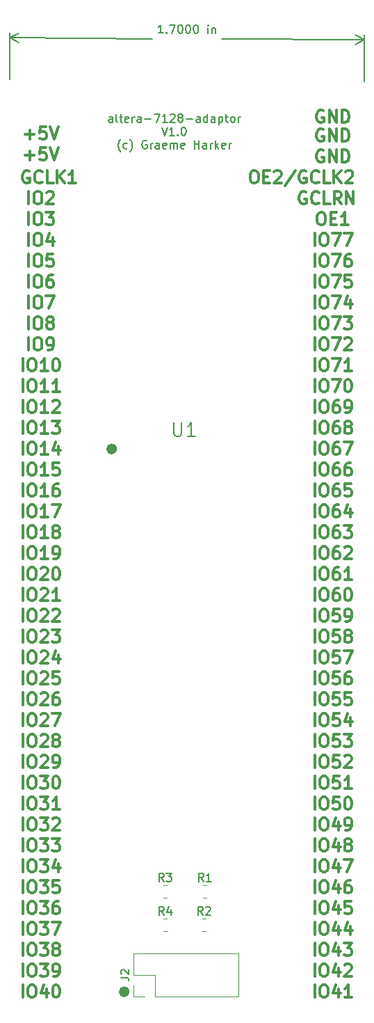
<source format=gbr>
%TF.GenerationSoftware,KiCad,Pcbnew,(6.0.0-0)*%
%TF.CreationDate,2023-01-15T17:49:44+00:00*%
%TF.ProjectId,altera-7128-adaptor,616c7465-7261-42d3-9731-32382d616461,rev?*%
%TF.SameCoordinates,Original*%
%TF.FileFunction,Legend,Top*%
%TF.FilePolarity,Positive*%
%FSLAX46Y46*%
G04 Gerber Fmt 4.6, Leading zero omitted, Abs format (unit mm)*
G04 Created by KiCad (PCBNEW (6.0.0-0)) date 2023-01-15 17:49:44*
%MOMM*%
%LPD*%
G01*
G04 APERTURE LIST*
%ADD10C,0.642961*%
%ADD11C,0.150000*%
%ADD12C,0.300000*%
%ADD13C,0.120000*%
G04 APERTURE END LIST*
D10*
X114367480Y-67310000D02*
G75*
G03*
X114367480Y-67310000I-321480J0D01*
G01*
X115891480Y-133350000D02*
G75*
G03*
X115891480Y-133350000I-321480J0D01*
G01*
D11*
X114142190Y-27544380D02*
X114142190Y-27020571D01*
X114094571Y-26925333D01*
X113999333Y-26877714D01*
X113808857Y-26877714D01*
X113713619Y-26925333D01*
X114142190Y-27496761D02*
X114046952Y-27544380D01*
X113808857Y-27544380D01*
X113713619Y-27496761D01*
X113666000Y-27401523D01*
X113666000Y-27306285D01*
X113713619Y-27211047D01*
X113808857Y-27163428D01*
X114046952Y-27163428D01*
X114142190Y-27115809D01*
X114761238Y-27544380D02*
X114666000Y-27496761D01*
X114618380Y-27401523D01*
X114618380Y-26544380D01*
X114999333Y-26877714D02*
X115380285Y-26877714D01*
X115142190Y-26544380D02*
X115142190Y-27401523D01*
X115189809Y-27496761D01*
X115285047Y-27544380D01*
X115380285Y-27544380D01*
X116094571Y-27496761D02*
X115999333Y-27544380D01*
X115808857Y-27544380D01*
X115713619Y-27496761D01*
X115666000Y-27401523D01*
X115666000Y-27020571D01*
X115713619Y-26925333D01*
X115808857Y-26877714D01*
X115999333Y-26877714D01*
X116094571Y-26925333D01*
X116142190Y-27020571D01*
X116142190Y-27115809D01*
X115666000Y-27211047D01*
X116570761Y-27544380D02*
X116570761Y-26877714D01*
X116570761Y-27068190D02*
X116618380Y-26972952D01*
X116666000Y-26925333D01*
X116761238Y-26877714D01*
X116856476Y-26877714D01*
X117618380Y-27544380D02*
X117618380Y-27020571D01*
X117570761Y-26925333D01*
X117475523Y-26877714D01*
X117285047Y-26877714D01*
X117189809Y-26925333D01*
X117618380Y-27496761D02*
X117523142Y-27544380D01*
X117285047Y-27544380D01*
X117189809Y-27496761D01*
X117142190Y-27401523D01*
X117142190Y-27306285D01*
X117189809Y-27211047D01*
X117285047Y-27163428D01*
X117523142Y-27163428D01*
X117618380Y-27115809D01*
X118094571Y-27163428D02*
X118856476Y-27163428D01*
X119237428Y-26544380D02*
X119904095Y-26544380D01*
X119475523Y-27544380D01*
X120808857Y-27544380D02*
X120237428Y-27544380D01*
X120523142Y-27544380D02*
X120523142Y-26544380D01*
X120427904Y-26687238D01*
X120332666Y-26782476D01*
X120237428Y-26830095D01*
X121189809Y-26639619D02*
X121237428Y-26592000D01*
X121332666Y-26544380D01*
X121570761Y-26544380D01*
X121666000Y-26592000D01*
X121713619Y-26639619D01*
X121761238Y-26734857D01*
X121761238Y-26830095D01*
X121713619Y-26972952D01*
X121142190Y-27544380D01*
X121761238Y-27544380D01*
X122332666Y-26972952D02*
X122237428Y-26925333D01*
X122189809Y-26877714D01*
X122142190Y-26782476D01*
X122142190Y-26734857D01*
X122189809Y-26639619D01*
X122237428Y-26592000D01*
X122332666Y-26544380D01*
X122523142Y-26544380D01*
X122618380Y-26592000D01*
X122666000Y-26639619D01*
X122713619Y-26734857D01*
X122713619Y-26782476D01*
X122666000Y-26877714D01*
X122618380Y-26925333D01*
X122523142Y-26972952D01*
X122332666Y-26972952D01*
X122237428Y-27020571D01*
X122189809Y-27068190D01*
X122142190Y-27163428D01*
X122142190Y-27353904D01*
X122189809Y-27449142D01*
X122237428Y-27496761D01*
X122332666Y-27544380D01*
X122523142Y-27544380D01*
X122618380Y-27496761D01*
X122666000Y-27449142D01*
X122713619Y-27353904D01*
X122713619Y-27163428D01*
X122666000Y-27068190D01*
X122618380Y-27020571D01*
X122523142Y-26972952D01*
X123142190Y-27163428D02*
X123904095Y-27163428D01*
X124808857Y-27544380D02*
X124808857Y-27020571D01*
X124761238Y-26925333D01*
X124666000Y-26877714D01*
X124475523Y-26877714D01*
X124380285Y-26925333D01*
X124808857Y-27496761D02*
X124713619Y-27544380D01*
X124475523Y-27544380D01*
X124380285Y-27496761D01*
X124332666Y-27401523D01*
X124332666Y-27306285D01*
X124380285Y-27211047D01*
X124475523Y-27163428D01*
X124713619Y-27163428D01*
X124808857Y-27115809D01*
X125713619Y-27544380D02*
X125713619Y-26544380D01*
X125713619Y-27496761D02*
X125618380Y-27544380D01*
X125427904Y-27544380D01*
X125332666Y-27496761D01*
X125285047Y-27449142D01*
X125237428Y-27353904D01*
X125237428Y-27068190D01*
X125285047Y-26972952D01*
X125332666Y-26925333D01*
X125427904Y-26877714D01*
X125618380Y-26877714D01*
X125713619Y-26925333D01*
X126618380Y-27544380D02*
X126618380Y-27020571D01*
X126570761Y-26925333D01*
X126475523Y-26877714D01*
X126285047Y-26877714D01*
X126189809Y-26925333D01*
X126618380Y-27496761D02*
X126523142Y-27544380D01*
X126285047Y-27544380D01*
X126189809Y-27496761D01*
X126142190Y-27401523D01*
X126142190Y-27306285D01*
X126189809Y-27211047D01*
X126285047Y-27163428D01*
X126523142Y-27163428D01*
X126618380Y-27115809D01*
X127094571Y-26877714D02*
X127094571Y-27877714D01*
X127094571Y-26925333D02*
X127189809Y-26877714D01*
X127380285Y-26877714D01*
X127475523Y-26925333D01*
X127523142Y-26972952D01*
X127570761Y-27068190D01*
X127570761Y-27353904D01*
X127523142Y-27449142D01*
X127475523Y-27496761D01*
X127380285Y-27544380D01*
X127189809Y-27544380D01*
X127094571Y-27496761D01*
X127856476Y-26877714D02*
X128237428Y-26877714D01*
X127999333Y-26544380D02*
X127999333Y-27401523D01*
X128046952Y-27496761D01*
X128142190Y-27544380D01*
X128237428Y-27544380D01*
X128713619Y-27544380D02*
X128618380Y-27496761D01*
X128570761Y-27449142D01*
X128523142Y-27353904D01*
X128523142Y-27068190D01*
X128570761Y-26972952D01*
X128618380Y-26925333D01*
X128713619Y-26877714D01*
X128856476Y-26877714D01*
X128951714Y-26925333D01*
X128999333Y-26972952D01*
X129046952Y-27068190D01*
X129046952Y-27353904D01*
X128999333Y-27449142D01*
X128951714Y-27496761D01*
X128856476Y-27544380D01*
X128713619Y-27544380D01*
X129475523Y-27544380D02*
X129475523Y-26877714D01*
X129475523Y-27068190D02*
X129523142Y-26972952D01*
X129570761Y-26925333D01*
X129666000Y-26877714D01*
X129761238Y-26877714D01*
X120142190Y-28154380D02*
X120475523Y-29154380D01*
X120808857Y-28154380D01*
X121666000Y-29154380D02*
X121094571Y-29154380D01*
X121380285Y-29154380D02*
X121380285Y-28154380D01*
X121285047Y-28297238D01*
X121189809Y-28392476D01*
X121094571Y-28440095D01*
X122094571Y-29059142D02*
X122142190Y-29106761D01*
X122094571Y-29154380D01*
X122046952Y-29106761D01*
X122094571Y-29059142D01*
X122094571Y-29154380D01*
X122761238Y-28154380D02*
X122856476Y-28154380D01*
X122951714Y-28202000D01*
X122999333Y-28249619D01*
X123046952Y-28344857D01*
X123094571Y-28535333D01*
X123094571Y-28773428D01*
X123046952Y-28963904D01*
X122999333Y-29059142D01*
X122951714Y-29106761D01*
X122856476Y-29154380D01*
X122761238Y-29154380D01*
X122666000Y-29106761D01*
X122618380Y-29059142D01*
X122570761Y-28963904D01*
X122523142Y-28773428D01*
X122523142Y-28535333D01*
X122570761Y-28344857D01*
X122618380Y-28249619D01*
X122666000Y-28202000D01*
X122761238Y-28154380D01*
X115118380Y-31145333D02*
X115070761Y-31097714D01*
X114975523Y-30954857D01*
X114927904Y-30859619D01*
X114880285Y-30716761D01*
X114832666Y-30478666D01*
X114832666Y-30288190D01*
X114880285Y-30050095D01*
X114927904Y-29907238D01*
X114975523Y-29812000D01*
X115070761Y-29669142D01*
X115118380Y-29621523D01*
X115927904Y-30716761D02*
X115832666Y-30764380D01*
X115642190Y-30764380D01*
X115546952Y-30716761D01*
X115499333Y-30669142D01*
X115451714Y-30573904D01*
X115451714Y-30288190D01*
X115499333Y-30192952D01*
X115546952Y-30145333D01*
X115642190Y-30097714D01*
X115832666Y-30097714D01*
X115927904Y-30145333D01*
X116261238Y-31145333D02*
X116308857Y-31097714D01*
X116404095Y-30954857D01*
X116451714Y-30859619D01*
X116499333Y-30716761D01*
X116546952Y-30478666D01*
X116546952Y-30288190D01*
X116499333Y-30050095D01*
X116451714Y-29907238D01*
X116404095Y-29812000D01*
X116308857Y-29669142D01*
X116261238Y-29621523D01*
X118308857Y-29812000D02*
X118213619Y-29764380D01*
X118070761Y-29764380D01*
X117927904Y-29812000D01*
X117832666Y-29907238D01*
X117785047Y-30002476D01*
X117737428Y-30192952D01*
X117737428Y-30335809D01*
X117785047Y-30526285D01*
X117832666Y-30621523D01*
X117927904Y-30716761D01*
X118070761Y-30764380D01*
X118166000Y-30764380D01*
X118308857Y-30716761D01*
X118356476Y-30669142D01*
X118356476Y-30335809D01*
X118166000Y-30335809D01*
X118785047Y-30764380D02*
X118785047Y-30097714D01*
X118785047Y-30288190D02*
X118832666Y-30192952D01*
X118880285Y-30145333D01*
X118975523Y-30097714D01*
X119070761Y-30097714D01*
X119832666Y-30764380D02*
X119832666Y-30240571D01*
X119785047Y-30145333D01*
X119689809Y-30097714D01*
X119499333Y-30097714D01*
X119404095Y-30145333D01*
X119832666Y-30716761D02*
X119737428Y-30764380D01*
X119499333Y-30764380D01*
X119404095Y-30716761D01*
X119356476Y-30621523D01*
X119356476Y-30526285D01*
X119404095Y-30431047D01*
X119499333Y-30383428D01*
X119737428Y-30383428D01*
X119832666Y-30335809D01*
X120689809Y-30716761D02*
X120594571Y-30764380D01*
X120404095Y-30764380D01*
X120308857Y-30716761D01*
X120261238Y-30621523D01*
X120261238Y-30240571D01*
X120308857Y-30145333D01*
X120404095Y-30097714D01*
X120594571Y-30097714D01*
X120689809Y-30145333D01*
X120737428Y-30240571D01*
X120737428Y-30335809D01*
X120261238Y-30431047D01*
X121166000Y-30764380D02*
X121166000Y-30097714D01*
X121166000Y-30192952D02*
X121213619Y-30145333D01*
X121308857Y-30097714D01*
X121451714Y-30097714D01*
X121546952Y-30145333D01*
X121594571Y-30240571D01*
X121594571Y-30764380D01*
X121594571Y-30240571D02*
X121642190Y-30145333D01*
X121737428Y-30097714D01*
X121880285Y-30097714D01*
X121975523Y-30145333D01*
X122023142Y-30240571D01*
X122023142Y-30764380D01*
X122880285Y-30716761D02*
X122785047Y-30764380D01*
X122594571Y-30764380D01*
X122499333Y-30716761D01*
X122451714Y-30621523D01*
X122451714Y-30240571D01*
X122499333Y-30145333D01*
X122594571Y-30097714D01*
X122785047Y-30097714D01*
X122880285Y-30145333D01*
X122927904Y-30240571D01*
X122927904Y-30335809D01*
X122451714Y-30431047D01*
X124118380Y-30764380D02*
X124118380Y-29764380D01*
X124118380Y-30240571D02*
X124689809Y-30240571D01*
X124689809Y-30764380D02*
X124689809Y-29764380D01*
X125594571Y-30764380D02*
X125594571Y-30240571D01*
X125546952Y-30145333D01*
X125451714Y-30097714D01*
X125261238Y-30097714D01*
X125166000Y-30145333D01*
X125594571Y-30716761D02*
X125499333Y-30764380D01*
X125261238Y-30764380D01*
X125166000Y-30716761D01*
X125118380Y-30621523D01*
X125118380Y-30526285D01*
X125166000Y-30431047D01*
X125261238Y-30383428D01*
X125499333Y-30383428D01*
X125594571Y-30335809D01*
X126070761Y-30764380D02*
X126070761Y-30097714D01*
X126070761Y-30288190D02*
X126118380Y-30192952D01*
X126166000Y-30145333D01*
X126261238Y-30097714D01*
X126356476Y-30097714D01*
X126689809Y-30764380D02*
X126689809Y-29764380D01*
X126785047Y-30383428D02*
X127070761Y-30764380D01*
X127070761Y-30097714D02*
X126689809Y-30478666D01*
X127880285Y-30716761D02*
X127785047Y-30764380D01*
X127594571Y-30764380D01*
X127499333Y-30716761D01*
X127451714Y-30621523D01*
X127451714Y-30240571D01*
X127499333Y-30145333D01*
X127594571Y-30097714D01*
X127785047Y-30097714D01*
X127880285Y-30145333D01*
X127927904Y-30240571D01*
X127927904Y-30335809D01*
X127451714Y-30431047D01*
X128356476Y-30764380D02*
X128356476Y-30097714D01*
X128356476Y-30288190D02*
X128404095Y-30192952D01*
X128451714Y-30145333D01*
X128546952Y-30097714D01*
X128642190Y-30097714D01*
X120298347Y-16702288D02*
X119726928Y-16698927D01*
X120012637Y-16700607D02*
X120018520Y-15700625D01*
X119922443Y-15842919D01*
X119826646Y-15937595D01*
X119731130Y-15984653D01*
X120727471Y-16609573D02*
X120774809Y-16657471D01*
X120726911Y-16704809D01*
X120679573Y-16656911D01*
X120727471Y-16609573D01*
X120726911Y-16704809D01*
X121113739Y-15707067D02*
X121780394Y-15710989D01*
X121345948Y-16708450D01*
X122351813Y-15714350D02*
X122447049Y-15714910D01*
X122542005Y-15763089D01*
X122589343Y-15810987D01*
X122636402Y-15906503D01*
X122682899Y-16097256D01*
X122681499Y-16335348D01*
X122632760Y-16525540D01*
X122584582Y-16620497D01*
X122536683Y-16667835D01*
X122441167Y-16714893D01*
X122345930Y-16714333D01*
X122250974Y-16666154D01*
X122203636Y-16618256D01*
X122156578Y-16522739D01*
X122110080Y-16331986D01*
X122111481Y-16093895D01*
X122160219Y-15903702D01*
X122208398Y-15808746D01*
X122256296Y-15761408D01*
X122351813Y-15714350D01*
X123304177Y-15719952D02*
X123399414Y-15720512D01*
X123494370Y-15768691D01*
X123541708Y-15816589D01*
X123588766Y-15912106D01*
X123635264Y-16102859D01*
X123633863Y-16340950D01*
X123585125Y-16531143D01*
X123536946Y-16626099D01*
X123489048Y-16673437D01*
X123393531Y-16720495D01*
X123298295Y-16719935D01*
X123203338Y-16671756D01*
X123156000Y-16623858D01*
X123108942Y-16528341D01*
X123062445Y-16337588D01*
X123063845Y-16099497D01*
X123112584Y-15909305D01*
X123160762Y-15814348D01*
X123208661Y-15767010D01*
X123304177Y-15719952D01*
X124256542Y-15725554D02*
X124351778Y-15726114D01*
X124446734Y-15774293D01*
X124494072Y-15822191D01*
X124541130Y-15917708D01*
X124587628Y-16108461D01*
X124586228Y-16346552D01*
X124537489Y-16536745D01*
X124489311Y-16631701D01*
X124441412Y-16679039D01*
X124345896Y-16726097D01*
X124250659Y-16725537D01*
X124155703Y-16677358D01*
X124108365Y-16629460D01*
X124061307Y-16533944D01*
X124014809Y-16343191D01*
X124016210Y-16105099D01*
X124064948Y-15914907D01*
X124113127Y-15819950D01*
X124161025Y-15772612D01*
X124256542Y-15725554D01*
X125774442Y-16734500D02*
X125778364Y-16067845D01*
X125780325Y-15734518D02*
X125732426Y-15781856D01*
X125779764Y-15829754D01*
X125827663Y-15782416D01*
X125780325Y-15734518D01*
X125779764Y-15829754D01*
X126254546Y-16070646D02*
X126250625Y-16737301D01*
X126253986Y-16165883D02*
X126301884Y-16118545D01*
X126397401Y-16071487D01*
X126540256Y-16072327D01*
X126635212Y-16120505D01*
X126682270Y-16216022D01*
X126679189Y-16739822D01*
X101602941Y-22360009D02*
X101636213Y-16703713D01*
X144782941Y-22614009D02*
X144816213Y-16957713D01*
X101632764Y-17290122D02*
X118957362Y-17392031D01*
X127488166Y-17442213D02*
X144812764Y-17544122D01*
X101632764Y-17290122D02*
X102755799Y-17883159D01*
X101632764Y-17290122D02*
X102762698Y-16710338D01*
X144812764Y-17544122D02*
X143689729Y-16951085D01*
X144812764Y-17544122D02*
X143682830Y-18123906D01*
D12*
X138755714Y-134028571D02*
X138755714Y-132528571D01*
X139755714Y-132528571D02*
X140041428Y-132528571D01*
X140184285Y-132600000D01*
X140327142Y-132742857D01*
X140398571Y-133028571D01*
X140398571Y-133528571D01*
X140327142Y-133814285D01*
X140184285Y-133957142D01*
X140041428Y-134028571D01*
X139755714Y-134028571D01*
X139612857Y-133957142D01*
X139470000Y-133814285D01*
X139398571Y-133528571D01*
X139398571Y-133028571D01*
X139470000Y-132742857D01*
X139612857Y-132600000D01*
X139755714Y-132528571D01*
X141684285Y-133028571D02*
X141684285Y-134028571D01*
X141327142Y-132457142D02*
X140970000Y-133528571D01*
X141898571Y-133528571D01*
X143255714Y-134028571D02*
X142398571Y-134028571D01*
X142827142Y-134028571D02*
X142827142Y-132528571D01*
X142684285Y-132742857D01*
X142541428Y-132885714D01*
X142398571Y-132957142D01*
X138755714Y-131488571D02*
X138755714Y-129988571D01*
X139755714Y-129988571D02*
X140041428Y-129988571D01*
X140184285Y-130060000D01*
X140327142Y-130202857D01*
X140398571Y-130488571D01*
X140398571Y-130988571D01*
X140327142Y-131274285D01*
X140184285Y-131417142D01*
X140041428Y-131488571D01*
X139755714Y-131488571D01*
X139612857Y-131417142D01*
X139470000Y-131274285D01*
X139398571Y-130988571D01*
X139398571Y-130488571D01*
X139470000Y-130202857D01*
X139612857Y-130060000D01*
X139755714Y-129988571D01*
X141684285Y-130488571D02*
X141684285Y-131488571D01*
X141327142Y-129917142D02*
X140970000Y-130988571D01*
X141898571Y-130988571D01*
X142398571Y-130131428D02*
X142470000Y-130060000D01*
X142612857Y-129988571D01*
X142970000Y-129988571D01*
X143112857Y-130060000D01*
X143184285Y-130131428D01*
X143255714Y-130274285D01*
X143255714Y-130417142D01*
X143184285Y-130631428D01*
X142327142Y-131488571D01*
X143255714Y-131488571D01*
X138755714Y-128948571D02*
X138755714Y-127448571D01*
X139755714Y-127448571D02*
X140041428Y-127448571D01*
X140184285Y-127520000D01*
X140327142Y-127662857D01*
X140398571Y-127948571D01*
X140398571Y-128448571D01*
X140327142Y-128734285D01*
X140184285Y-128877142D01*
X140041428Y-128948571D01*
X139755714Y-128948571D01*
X139612857Y-128877142D01*
X139470000Y-128734285D01*
X139398571Y-128448571D01*
X139398571Y-127948571D01*
X139470000Y-127662857D01*
X139612857Y-127520000D01*
X139755714Y-127448571D01*
X141684285Y-127948571D02*
X141684285Y-128948571D01*
X141327142Y-127377142D02*
X140970000Y-128448571D01*
X141898571Y-128448571D01*
X142327142Y-127448571D02*
X143255714Y-127448571D01*
X142755714Y-128020000D01*
X142970000Y-128020000D01*
X143112857Y-128091428D01*
X143184285Y-128162857D01*
X143255714Y-128305714D01*
X143255714Y-128662857D01*
X143184285Y-128805714D01*
X143112857Y-128877142D01*
X142970000Y-128948571D01*
X142541428Y-128948571D01*
X142398571Y-128877142D01*
X142327142Y-128805714D01*
X138755714Y-126408571D02*
X138755714Y-124908571D01*
X139755714Y-124908571D02*
X140041428Y-124908571D01*
X140184285Y-124980000D01*
X140327142Y-125122857D01*
X140398571Y-125408571D01*
X140398571Y-125908571D01*
X140327142Y-126194285D01*
X140184285Y-126337142D01*
X140041428Y-126408571D01*
X139755714Y-126408571D01*
X139612857Y-126337142D01*
X139470000Y-126194285D01*
X139398571Y-125908571D01*
X139398571Y-125408571D01*
X139470000Y-125122857D01*
X139612857Y-124980000D01*
X139755714Y-124908571D01*
X141684285Y-125408571D02*
X141684285Y-126408571D01*
X141327142Y-124837142D02*
X140970000Y-125908571D01*
X141898571Y-125908571D01*
X143112857Y-125408571D02*
X143112857Y-126408571D01*
X142755714Y-124837142D02*
X142398571Y-125908571D01*
X143327142Y-125908571D01*
X138755714Y-123868571D02*
X138755714Y-122368571D01*
X139755714Y-122368571D02*
X140041428Y-122368571D01*
X140184285Y-122440000D01*
X140327142Y-122582857D01*
X140398571Y-122868571D01*
X140398571Y-123368571D01*
X140327142Y-123654285D01*
X140184285Y-123797142D01*
X140041428Y-123868571D01*
X139755714Y-123868571D01*
X139612857Y-123797142D01*
X139470000Y-123654285D01*
X139398571Y-123368571D01*
X139398571Y-122868571D01*
X139470000Y-122582857D01*
X139612857Y-122440000D01*
X139755714Y-122368571D01*
X141684285Y-122868571D02*
X141684285Y-123868571D01*
X141327142Y-122297142D02*
X140970000Y-123368571D01*
X141898571Y-123368571D01*
X143184285Y-122368571D02*
X142470000Y-122368571D01*
X142398571Y-123082857D01*
X142470000Y-123011428D01*
X142612857Y-122940000D01*
X142970000Y-122940000D01*
X143112857Y-123011428D01*
X143184285Y-123082857D01*
X143255714Y-123225714D01*
X143255714Y-123582857D01*
X143184285Y-123725714D01*
X143112857Y-123797142D01*
X142970000Y-123868571D01*
X142612857Y-123868571D01*
X142470000Y-123797142D01*
X142398571Y-123725714D01*
X138755714Y-121328571D02*
X138755714Y-119828571D01*
X139755714Y-119828571D02*
X140041428Y-119828571D01*
X140184285Y-119900000D01*
X140327142Y-120042857D01*
X140398571Y-120328571D01*
X140398571Y-120828571D01*
X140327142Y-121114285D01*
X140184285Y-121257142D01*
X140041428Y-121328571D01*
X139755714Y-121328571D01*
X139612857Y-121257142D01*
X139470000Y-121114285D01*
X139398571Y-120828571D01*
X139398571Y-120328571D01*
X139470000Y-120042857D01*
X139612857Y-119900000D01*
X139755714Y-119828571D01*
X141684285Y-120328571D02*
X141684285Y-121328571D01*
X141327142Y-119757142D02*
X140970000Y-120828571D01*
X141898571Y-120828571D01*
X143112857Y-119828571D02*
X142827142Y-119828571D01*
X142684285Y-119900000D01*
X142612857Y-119971428D01*
X142470000Y-120185714D01*
X142398571Y-120471428D01*
X142398571Y-121042857D01*
X142470000Y-121185714D01*
X142541428Y-121257142D01*
X142684285Y-121328571D01*
X142970000Y-121328571D01*
X143112857Y-121257142D01*
X143184285Y-121185714D01*
X143255714Y-121042857D01*
X143255714Y-120685714D01*
X143184285Y-120542857D01*
X143112857Y-120471428D01*
X142970000Y-120400000D01*
X142684285Y-120400000D01*
X142541428Y-120471428D01*
X142470000Y-120542857D01*
X142398571Y-120685714D01*
X138755714Y-118788571D02*
X138755714Y-117288571D01*
X139755714Y-117288571D02*
X140041428Y-117288571D01*
X140184285Y-117360000D01*
X140327142Y-117502857D01*
X140398571Y-117788571D01*
X140398571Y-118288571D01*
X140327142Y-118574285D01*
X140184285Y-118717142D01*
X140041428Y-118788571D01*
X139755714Y-118788571D01*
X139612857Y-118717142D01*
X139470000Y-118574285D01*
X139398571Y-118288571D01*
X139398571Y-117788571D01*
X139470000Y-117502857D01*
X139612857Y-117360000D01*
X139755714Y-117288571D01*
X141684285Y-117788571D02*
X141684285Y-118788571D01*
X141327142Y-117217142D02*
X140970000Y-118288571D01*
X141898571Y-118288571D01*
X142327142Y-117288571D02*
X143327142Y-117288571D01*
X142684285Y-118788571D01*
X138755714Y-116248571D02*
X138755714Y-114748571D01*
X139755714Y-114748571D02*
X140041428Y-114748571D01*
X140184285Y-114820000D01*
X140327142Y-114962857D01*
X140398571Y-115248571D01*
X140398571Y-115748571D01*
X140327142Y-116034285D01*
X140184285Y-116177142D01*
X140041428Y-116248571D01*
X139755714Y-116248571D01*
X139612857Y-116177142D01*
X139470000Y-116034285D01*
X139398571Y-115748571D01*
X139398571Y-115248571D01*
X139470000Y-114962857D01*
X139612857Y-114820000D01*
X139755714Y-114748571D01*
X141684285Y-115248571D02*
X141684285Y-116248571D01*
X141327142Y-114677142D02*
X140970000Y-115748571D01*
X141898571Y-115748571D01*
X142684285Y-115391428D02*
X142541428Y-115320000D01*
X142470000Y-115248571D01*
X142398571Y-115105714D01*
X142398571Y-115034285D01*
X142470000Y-114891428D01*
X142541428Y-114820000D01*
X142684285Y-114748571D01*
X142970000Y-114748571D01*
X143112857Y-114820000D01*
X143184285Y-114891428D01*
X143255714Y-115034285D01*
X143255714Y-115105714D01*
X143184285Y-115248571D01*
X143112857Y-115320000D01*
X142970000Y-115391428D01*
X142684285Y-115391428D01*
X142541428Y-115462857D01*
X142470000Y-115534285D01*
X142398571Y-115677142D01*
X142398571Y-115962857D01*
X142470000Y-116105714D01*
X142541428Y-116177142D01*
X142684285Y-116248571D01*
X142970000Y-116248571D01*
X143112857Y-116177142D01*
X143184285Y-116105714D01*
X143255714Y-115962857D01*
X143255714Y-115677142D01*
X143184285Y-115534285D01*
X143112857Y-115462857D01*
X142970000Y-115391428D01*
X138755714Y-113708571D02*
X138755714Y-112208571D01*
X139755714Y-112208571D02*
X140041428Y-112208571D01*
X140184285Y-112280000D01*
X140327142Y-112422857D01*
X140398571Y-112708571D01*
X140398571Y-113208571D01*
X140327142Y-113494285D01*
X140184285Y-113637142D01*
X140041428Y-113708571D01*
X139755714Y-113708571D01*
X139612857Y-113637142D01*
X139470000Y-113494285D01*
X139398571Y-113208571D01*
X139398571Y-112708571D01*
X139470000Y-112422857D01*
X139612857Y-112280000D01*
X139755714Y-112208571D01*
X141684285Y-112708571D02*
X141684285Y-113708571D01*
X141327142Y-112137142D02*
X140970000Y-113208571D01*
X141898571Y-113208571D01*
X142541428Y-113708571D02*
X142827142Y-113708571D01*
X142970000Y-113637142D01*
X143041428Y-113565714D01*
X143184285Y-113351428D01*
X143255714Y-113065714D01*
X143255714Y-112494285D01*
X143184285Y-112351428D01*
X143112857Y-112280000D01*
X142970000Y-112208571D01*
X142684285Y-112208571D01*
X142541428Y-112280000D01*
X142470000Y-112351428D01*
X142398571Y-112494285D01*
X142398571Y-112851428D01*
X142470000Y-112994285D01*
X142541428Y-113065714D01*
X142684285Y-113137142D01*
X142970000Y-113137142D01*
X143112857Y-113065714D01*
X143184285Y-112994285D01*
X143255714Y-112851428D01*
X138755714Y-111168571D02*
X138755714Y-109668571D01*
X139755714Y-109668571D02*
X140041428Y-109668571D01*
X140184285Y-109740000D01*
X140327142Y-109882857D01*
X140398571Y-110168571D01*
X140398571Y-110668571D01*
X140327142Y-110954285D01*
X140184285Y-111097142D01*
X140041428Y-111168571D01*
X139755714Y-111168571D01*
X139612857Y-111097142D01*
X139470000Y-110954285D01*
X139398571Y-110668571D01*
X139398571Y-110168571D01*
X139470000Y-109882857D01*
X139612857Y-109740000D01*
X139755714Y-109668571D01*
X141755714Y-109668571D02*
X141041428Y-109668571D01*
X140970000Y-110382857D01*
X141041428Y-110311428D01*
X141184285Y-110240000D01*
X141541428Y-110240000D01*
X141684285Y-110311428D01*
X141755714Y-110382857D01*
X141827142Y-110525714D01*
X141827142Y-110882857D01*
X141755714Y-111025714D01*
X141684285Y-111097142D01*
X141541428Y-111168571D01*
X141184285Y-111168571D01*
X141041428Y-111097142D01*
X140970000Y-111025714D01*
X142755714Y-109668571D02*
X142898571Y-109668571D01*
X143041428Y-109740000D01*
X143112857Y-109811428D01*
X143184285Y-109954285D01*
X143255714Y-110240000D01*
X143255714Y-110597142D01*
X143184285Y-110882857D01*
X143112857Y-111025714D01*
X143041428Y-111097142D01*
X142898571Y-111168571D01*
X142755714Y-111168571D01*
X142612857Y-111097142D01*
X142541428Y-111025714D01*
X142470000Y-110882857D01*
X142398571Y-110597142D01*
X142398571Y-110240000D01*
X142470000Y-109954285D01*
X142541428Y-109811428D01*
X142612857Y-109740000D01*
X142755714Y-109668571D01*
X138755714Y-108628571D02*
X138755714Y-107128571D01*
X139755714Y-107128571D02*
X140041428Y-107128571D01*
X140184285Y-107200000D01*
X140327142Y-107342857D01*
X140398571Y-107628571D01*
X140398571Y-108128571D01*
X140327142Y-108414285D01*
X140184285Y-108557142D01*
X140041428Y-108628571D01*
X139755714Y-108628571D01*
X139612857Y-108557142D01*
X139470000Y-108414285D01*
X139398571Y-108128571D01*
X139398571Y-107628571D01*
X139470000Y-107342857D01*
X139612857Y-107200000D01*
X139755714Y-107128571D01*
X141755714Y-107128571D02*
X141041428Y-107128571D01*
X140970000Y-107842857D01*
X141041428Y-107771428D01*
X141184285Y-107700000D01*
X141541428Y-107700000D01*
X141684285Y-107771428D01*
X141755714Y-107842857D01*
X141827142Y-107985714D01*
X141827142Y-108342857D01*
X141755714Y-108485714D01*
X141684285Y-108557142D01*
X141541428Y-108628571D01*
X141184285Y-108628571D01*
X141041428Y-108557142D01*
X140970000Y-108485714D01*
X143255714Y-108628571D02*
X142398571Y-108628571D01*
X142827142Y-108628571D02*
X142827142Y-107128571D01*
X142684285Y-107342857D01*
X142541428Y-107485714D01*
X142398571Y-107557142D01*
X138755714Y-106088571D02*
X138755714Y-104588571D01*
X139755714Y-104588571D02*
X140041428Y-104588571D01*
X140184285Y-104660000D01*
X140327142Y-104802857D01*
X140398571Y-105088571D01*
X140398571Y-105588571D01*
X140327142Y-105874285D01*
X140184285Y-106017142D01*
X140041428Y-106088571D01*
X139755714Y-106088571D01*
X139612857Y-106017142D01*
X139470000Y-105874285D01*
X139398571Y-105588571D01*
X139398571Y-105088571D01*
X139470000Y-104802857D01*
X139612857Y-104660000D01*
X139755714Y-104588571D01*
X141755714Y-104588571D02*
X141041428Y-104588571D01*
X140970000Y-105302857D01*
X141041428Y-105231428D01*
X141184285Y-105160000D01*
X141541428Y-105160000D01*
X141684285Y-105231428D01*
X141755714Y-105302857D01*
X141827142Y-105445714D01*
X141827142Y-105802857D01*
X141755714Y-105945714D01*
X141684285Y-106017142D01*
X141541428Y-106088571D01*
X141184285Y-106088571D01*
X141041428Y-106017142D01*
X140970000Y-105945714D01*
X142398571Y-104731428D02*
X142470000Y-104660000D01*
X142612857Y-104588571D01*
X142970000Y-104588571D01*
X143112857Y-104660000D01*
X143184285Y-104731428D01*
X143255714Y-104874285D01*
X143255714Y-105017142D01*
X143184285Y-105231428D01*
X142327142Y-106088571D01*
X143255714Y-106088571D01*
X138755714Y-103548571D02*
X138755714Y-102048571D01*
X139755714Y-102048571D02*
X140041428Y-102048571D01*
X140184285Y-102120000D01*
X140327142Y-102262857D01*
X140398571Y-102548571D01*
X140398571Y-103048571D01*
X140327142Y-103334285D01*
X140184285Y-103477142D01*
X140041428Y-103548571D01*
X139755714Y-103548571D01*
X139612857Y-103477142D01*
X139470000Y-103334285D01*
X139398571Y-103048571D01*
X139398571Y-102548571D01*
X139470000Y-102262857D01*
X139612857Y-102120000D01*
X139755714Y-102048571D01*
X141755714Y-102048571D02*
X141041428Y-102048571D01*
X140970000Y-102762857D01*
X141041428Y-102691428D01*
X141184285Y-102620000D01*
X141541428Y-102620000D01*
X141684285Y-102691428D01*
X141755714Y-102762857D01*
X141827142Y-102905714D01*
X141827142Y-103262857D01*
X141755714Y-103405714D01*
X141684285Y-103477142D01*
X141541428Y-103548571D01*
X141184285Y-103548571D01*
X141041428Y-103477142D01*
X140970000Y-103405714D01*
X142327142Y-102048571D02*
X143255714Y-102048571D01*
X142755714Y-102620000D01*
X142970000Y-102620000D01*
X143112857Y-102691428D01*
X143184285Y-102762857D01*
X143255714Y-102905714D01*
X143255714Y-103262857D01*
X143184285Y-103405714D01*
X143112857Y-103477142D01*
X142970000Y-103548571D01*
X142541428Y-103548571D01*
X142398571Y-103477142D01*
X142327142Y-103405714D01*
X138755714Y-101008571D02*
X138755714Y-99508571D01*
X139755714Y-99508571D02*
X140041428Y-99508571D01*
X140184285Y-99580000D01*
X140327142Y-99722857D01*
X140398571Y-100008571D01*
X140398571Y-100508571D01*
X140327142Y-100794285D01*
X140184285Y-100937142D01*
X140041428Y-101008571D01*
X139755714Y-101008571D01*
X139612857Y-100937142D01*
X139470000Y-100794285D01*
X139398571Y-100508571D01*
X139398571Y-100008571D01*
X139470000Y-99722857D01*
X139612857Y-99580000D01*
X139755714Y-99508571D01*
X141755714Y-99508571D02*
X141041428Y-99508571D01*
X140970000Y-100222857D01*
X141041428Y-100151428D01*
X141184285Y-100080000D01*
X141541428Y-100080000D01*
X141684285Y-100151428D01*
X141755714Y-100222857D01*
X141827142Y-100365714D01*
X141827142Y-100722857D01*
X141755714Y-100865714D01*
X141684285Y-100937142D01*
X141541428Y-101008571D01*
X141184285Y-101008571D01*
X141041428Y-100937142D01*
X140970000Y-100865714D01*
X143112857Y-100008571D02*
X143112857Y-101008571D01*
X142755714Y-99437142D02*
X142398571Y-100508571D01*
X143327142Y-100508571D01*
X138755714Y-98468571D02*
X138755714Y-96968571D01*
X139755714Y-96968571D02*
X140041428Y-96968571D01*
X140184285Y-97040000D01*
X140327142Y-97182857D01*
X140398571Y-97468571D01*
X140398571Y-97968571D01*
X140327142Y-98254285D01*
X140184285Y-98397142D01*
X140041428Y-98468571D01*
X139755714Y-98468571D01*
X139612857Y-98397142D01*
X139470000Y-98254285D01*
X139398571Y-97968571D01*
X139398571Y-97468571D01*
X139470000Y-97182857D01*
X139612857Y-97040000D01*
X139755714Y-96968571D01*
X141755714Y-96968571D02*
X141041428Y-96968571D01*
X140970000Y-97682857D01*
X141041428Y-97611428D01*
X141184285Y-97540000D01*
X141541428Y-97540000D01*
X141684285Y-97611428D01*
X141755714Y-97682857D01*
X141827142Y-97825714D01*
X141827142Y-98182857D01*
X141755714Y-98325714D01*
X141684285Y-98397142D01*
X141541428Y-98468571D01*
X141184285Y-98468571D01*
X141041428Y-98397142D01*
X140970000Y-98325714D01*
X143184285Y-96968571D02*
X142470000Y-96968571D01*
X142398571Y-97682857D01*
X142470000Y-97611428D01*
X142612857Y-97540000D01*
X142970000Y-97540000D01*
X143112857Y-97611428D01*
X143184285Y-97682857D01*
X143255714Y-97825714D01*
X143255714Y-98182857D01*
X143184285Y-98325714D01*
X143112857Y-98397142D01*
X142970000Y-98468571D01*
X142612857Y-98468571D01*
X142470000Y-98397142D01*
X142398571Y-98325714D01*
X138755714Y-95928571D02*
X138755714Y-94428571D01*
X139755714Y-94428571D02*
X140041428Y-94428571D01*
X140184285Y-94500000D01*
X140327142Y-94642857D01*
X140398571Y-94928571D01*
X140398571Y-95428571D01*
X140327142Y-95714285D01*
X140184285Y-95857142D01*
X140041428Y-95928571D01*
X139755714Y-95928571D01*
X139612857Y-95857142D01*
X139470000Y-95714285D01*
X139398571Y-95428571D01*
X139398571Y-94928571D01*
X139470000Y-94642857D01*
X139612857Y-94500000D01*
X139755714Y-94428571D01*
X141755714Y-94428571D02*
X141041428Y-94428571D01*
X140970000Y-95142857D01*
X141041428Y-95071428D01*
X141184285Y-95000000D01*
X141541428Y-95000000D01*
X141684285Y-95071428D01*
X141755714Y-95142857D01*
X141827142Y-95285714D01*
X141827142Y-95642857D01*
X141755714Y-95785714D01*
X141684285Y-95857142D01*
X141541428Y-95928571D01*
X141184285Y-95928571D01*
X141041428Y-95857142D01*
X140970000Y-95785714D01*
X143112857Y-94428571D02*
X142827142Y-94428571D01*
X142684285Y-94500000D01*
X142612857Y-94571428D01*
X142470000Y-94785714D01*
X142398571Y-95071428D01*
X142398571Y-95642857D01*
X142470000Y-95785714D01*
X142541428Y-95857142D01*
X142684285Y-95928571D01*
X142970000Y-95928571D01*
X143112857Y-95857142D01*
X143184285Y-95785714D01*
X143255714Y-95642857D01*
X143255714Y-95285714D01*
X143184285Y-95142857D01*
X143112857Y-95071428D01*
X142970000Y-95000000D01*
X142684285Y-95000000D01*
X142541428Y-95071428D01*
X142470000Y-95142857D01*
X142398571Y-95285714D01*
X138755714Y-93388571D02*
X138755714Y-91888571D01*
X139755714Y-91888571D02*
X140041428Y-91888571D01*
X140184285Y-91960000D01*
X140327142Y-92102857D01*
X140398571Y-92388571D01*
X140398571Y-92888571D01*
X140327142Y-93174285D01*
X140184285Y-93317142D01*
X140041428Y-93388571D01*
X139755714Y-93388571D01*
X139612857Y-93317142D01*
X139470000Y-93174285D01*
X139398571Y-92888571D01*
X139398571Y-92388571D01*
X139470000Y-92102857D01*
X139612857Y-91960000D01*
X139755714Y-91888571D01*
X141755714Y-91888571D02*
X141041428Y-91888571D01*
X140970000Y-92602857D01*
X141041428Y-92531428D01*
X141184285Y-92460000D01*
X141541428Y-92460000D01*
X141684285Y-92531428D01*
X141755714Y-92602857D01*
X141827142Y-92745714D01*
X141827142Y-93102857D01*
X141755714Y-93245714D01*
X141684285Y-93317142D01*
X141541428Y-93388571D01*
X141184285Y-93388571D01*
X141041428Y-93317142D01*
X140970000Y-93245714D01*
X142327142Y-91888571D02*
X143327142Y-91888571D01*
X142684285Y-93388571D01*
X138755714Y-90848571D02*
X138755714Y-89348571D01*
X139755714Y-89348571D02*
X140041428Y-89348571D01*
X140184285Y-89420000D01*
X140327142Y-89562857D01*
X140398571Y-89848571D01*
X140398571Y-90348571D01*
X140327142Y-90634285D01*
X140184285Y-90777142D01*
X140041428Y-90848571D01*
X139755714Y-90848571D01*
X139612857Y-90777142D01*
X139470000Y-90634285D01*
X139398571Y-90348571D01*
X139398571Y-89848571D01*
X139470000Y-89562857D01*
X139612857Y-89420000D01*
X139755714Y-89348571D01*
X141755714Y-89348571D02*
X141041428Y-89348571D01*
X140970000Y-90062857D01*
X141041428Y-89991428D01*
X141184285Y-89920000D01*
X141541428Y-89920000D01*
X141684285Y-89991428D01*
X141755714Y-90062857D01*
X141827142Y-90205714D01*
X141827142Y-90562857D01*
X141755714Y-90705714D01*
X141684285Y-90777142D01*
X141541428Y-90848571D01*
X141184285Y-90848571D01*
X141041428Y-90777142D01*
X140970000Y-90705714D01*
X142684285Y-89991428D02*
X142541428Y-89920000D01*
X142470000Y-89848571D01*
X142398571Y-89705714D01*
X142398571Y-89634285D01*
X142470000Y-89491428D01*
X142541428Y-89420000D01*
X142684285Y-89348571D01*
X142970000Y-89348571D01*
X143112857Y-89420000D01*
X143184285Y-89491428D01*
X143255714Y-89634285D01*
X143255714Y-89705714D01*
X143184285Y-89848571D01*
X143112857Y-89920000D01*
X142970000Y-89991428D01*
X142684285Y-89991428D01*
X142541428Y-90062857D01*
X142470000Y-90134285D01*
X142398571Y-90277142D01*
X142398571Y-90562857D01*
X142470000Y-90705714D01*
X142541428Y-90777142D01*
X142684285Y-90848571D01*
X142970000Y-90848571D01*
X143112857Y-90777142D01*
X143184285Y-90705714D01*
X143255714Y-90562857D01*
X143255714Y-90277142D01*
X143184285Y-90134285D01*
X143112857Y-90062857D01*
X142970000Y-89991428D01*
X138755714Y-88308571D02*
X138755714Y-86808571D01*
X139755714Y-86808571D02*
X140041428Y-86808571D01*
X140184285Y-86880000D01*
X140327142Y-87022857D01*
X140398571Y-87308571D01*
X140398571Y-87808571D01*
X140327142Y-88094285D01*
X140184285Y-88237142D01*
X140041428Y-88308571D01*
X139755714Y-88308571D01*
X139612857Y-88237142D01*
X139470000Y-88094285D01*
X139398571Y-87808571D01*
X139398571Y-87308571D01*
X139470000Y-87022857D01*
X139612857Y-86880000D01*
X139755714Y-86808571D01*
X141755714Y-86808571D02*
X141041428Y-86808571D01*
X140970000Y-87522857D01*
X141041428Y-87451428D01*
X141184285Y-87380000D01*
X141541428Y-87380000D01*
X141684285Y-87451428D01*
X141755714Y-87522857D01*
X141827142Y-87665714D01*
X141827142Y-88022857D01*
X141755714Y-88165714D01*
X141684285Y-88237142D01*
X141541428Y-88308571D01*
X141184285Y-88308571D01*
X141041428Y-88237142D01*
X140970000Y-88165714D01*
X142541428Y-88308571D02*
X142827142Y-88308571D01*
X142970000Y-88237142D01*
X143041428Y-88165714D01*
X143184285Y-87951428D01*
X143255714Y-87665714D01*
X143255714Y-87094285D01*
X143184285Y-86951428D01*
X143112857Y-86880000D01*
X142970000Y-86808571D01*
X142684285Y-86808571D01*
X142541428Y-86880000D01*
X142470000Y-86951428D01*
X142398571Y-87094285D01*
X142398571Y-87451428D01*
X142470000Y-87594285D01*
X142541428Y-87665714D01*
X142684285Y-87737142D01*
X142970000Y-87737142D01*
X143112857Y-87665714D01*
X143184285Y-87594285D01*
X143255714Y-87451428D01*
X138755714Y-85768571D02*
X138755714Y-84268571D01*
X139755714Y-84268571D02*
X140041428Y-84268571D01*
X140184285Y-84340000D01*
X140327142Y-84482857D01*
X140398571Y-84768571D01*
X140398571Y-85268571D01*
X140327142Y-85554285D01*
X140184285Y-85697142D01*
X140041428Y-85768571D01*
X139755714Y-85768571D01*
X139612857Y-85697142D01*
X139470000Y-85554285D01*
X139398571Y-85268571D01*
X139398571Y-84768571D01*
X139470000Y-84482857D01*
X139612857Y-84340000D01*
X139755714Y-84268571D01*
X141684285Y-84268571D02*
X141398571Y-84268571D01*
X141255714Y-84340000D01*
X141184285Y-84411428D01*
X141041428Y-84625714D01*
X140970000Y-84911428D01*
X140970000Y-85482857D01*
X141041428Y-85625714D01*
X141112857Y-85697142D01*
X141255714Y-85768571D01*
X141541428Y-85768571D01*
X141684285Y-85697142D01*
X141755714Y-85625714D01*
X141827142Y-85482857D01*
X141827142Y-85125714D01*
X141755714Y-84982857D01*
X141684285Y-84911428D01*
X141541428Y-84840000D01*
X141255714Y-84840000D01*
X141112857Y-84911428D01*
X141041428Y-84982857D01*
X140970000Y-85125714D01*
X142755714Y-84268571D02*
X142898571Y-84268571D01*
X143041428Y-84340000D01*
X143112857Y-84411428D01*
X143184285Y-84554285D01*
X143255714Y-84840000D01*
X143255714Y-85197142D01*
X143184285Y-85482857D01*
X143112857Y-85625714D01*
X143041428Y-85697142D01*
X142898571Y-85768571D01*
X142755714Y-85768571D01*
X142612857Y-85697142D01*
X142541428Y-85625714D01*
X142470000Y-85482857D01*
X142398571Y-85197142D01*
X142398571Y-84840000D01*
X142470000Y-84554285D01*
X142541428Y-84411428D01*
X142612857Y-84340000D01*
X142755714Y-84268571D01*
X138755714Y-83228571D02*
X138755714Y-81728571D01*
X139755714Y-81728571D02*
X140041428Y-81728571D01*
X140184285Y-81800000D01*
X140327142Y-81942857D01*
X140398571Y-82228571D01*
X140398571Y-82728571D01*
X140327142Y-83014285D01*
X140184285Y-83157142D01*
X140041428Y-83228571D01*
X139755714Y-83228571D01*
X139612857Y-83157142D01*
X139470000Y-83014285D01*
X139398571Y-82728571D01*
X139398571Y-82228571D01*
X139470000Y-81942857D01*
X139612857Y-81800000D01*
X139755714Y-81728571D01*
X141684285Y-81728571D02*
X141398571Y-81728571D01*
X141255714Y-81800000D01*
X141184285Y-81871428D01*
X141041428Y-82085714D01*
X140970000Y-82371428D01*
X140970000Y-82942857D01*
X141041428Y-83085714D01*
X141112857Y-83157142D01*
X141255714Y-83228571D01*
X141541428Y-83228571D01*
X141684285Y-83157142D01*
X141755714Y-83085714D01*
X141827142Y-82942857D01*
X141827142Y-82585714D01*
X141755714Y-82442857D01*
X141684285Y-82371428D01*
X141541428Y-82300000D01*
X141255714Y-82300000D01*
X141112857Y-82371428D01*
X141041428Y-82442857D01*
X140970000Y-82585714D01*
X143255714Y-83228571D02*
X142398571Y-83228571D01*
X142827142Y-83228571D02*
X142827142Y-81728571D01*
X142684285Y-81942857D01*
X142541428Y-82085714D01*
X142398571Y-82157142D01*
X138755714Y-80688571D02*
X138755714Y-79188571D01*
X139755714Y-79188571D02*
X140041428Y-79188571D01*
X140184285Y-79260000D01*
X140327142Y-79402857D01*
X140398571Y-79688571D01*
X140398571Y-80188571D01*
X140327142Y-80474285D01*
X140184285Y-80617142D01*
X140041428Y-80688571D01*
X139755714Y-80688571D01*
X139612857Y-80617142D01*
X139470000Y-80474285D01*
X139398571Y-80188571D01*
X139398571Y-79688571D01*
X139470000Y-79402857D01*
X139612857Y-79260000D01*
X139755714Y-79188571D01*
X141684285Y-79188571D02*
X141398571Y-79188571D01*
X141255714Y-79260000D01*
X141184285Y-79331428D01*
X141041428Y-79545714D01*
X140970000Y-79831428D01*
X140970000Y-80402857D01*
X141041428Y-80545714D01*
X141112857Y-80617142D01*
X141255714Y-80688571D01*
X141541428Y-80688571D01*
X141684285Y-80617142D01*
X141755714Y-80545714D01*
X141827142Y-80402857D01*
X141827142Y-80045714D01*
X141755714Y-79902857D01*
X141684285Y-79831428D01*
X141541428Y-79760000D01*
X141255714Y-79760000D01*
X141112857Y-79831428D01*
X141041428Y-79902857D01*
X140970000Y-80045714D01*
X142398571Y-79331428D02*
X142470000Y-79260000D01*
X142612857Y-79188571D01*
X142970000Y-79188571D01*
X143112857Y-79260000D01*
X143184285Y-79331428D01*
X143255714Y-79474285D01*
X143255714Y-79617142D01*
X143184285Y-79831428D01*
X142327142Y-80688571D01*
X143255714Y-80688571D01*
X138755714Y-78148571D02*
X138755714Y-76648571D01*
X139755714Y-76648571D02*
X140041428Y-76648571D01*
X140184285Y-76720000D01*
X140327142Y-76862857D01*
X140398571Y-77148571D01*
X140398571Y-77648571D01*
X140327142Y-77934285D01*
X140184285Y-78077142D01*
X140041428Y-78148571D01*
X139755714Y-78148571D01*
X139612857Y-78077142D01*
X139470000Y-77934285D01*
X139398571Y-77648571D01*
X139398571Y-77148571D01*
X139470000Y-76862857D01*
X139612857Y-76720000D01*
X139755714Y-76648571D01*
X141684285Y-76648571D02*
X141398571Y-76648571D01*
X141255714Y-76720000D01*
X141184285Y-76791428D01*
X141041428Y-77005714D01*
X140970000Y-77291428D01*
X140970000Y-77862857D01*
X141041428Y-78005714D01*
X141112857Y-78077142D01*
X141255714Y-78148571D01*
X141541428Y-78148571D01*
X141684285Y-78077142D01*
X141755714Y-78005714D01*
X141827142Y-77862857D01*
X141827142Y-77505714D01*
X141755714Y-77362857D01*
X141684285Y-77291428D01*
X141541428Y-77220000D01*
X141255714Y-77220000D01*
X141112857Y-77291428D01*
X141041428Y-77362857D01*
X140970000Y-77505714D01*
X142327142Y-76648571D02*
X143255714Y-76648571D01*
X142755714Y-77220000D01*
X142970000Y-77220000D01*
X143112857Y-77291428D01*
X143184285Y-77362857D01*
X143255714Y-77505714D01*
X143255714Y-77862857D01*
X143184285Y-78005714D01*
X143112857Y-78077142D01*
X142970000Y-78148571D01*
X142541428Y-78148571D01*
X142398571Y-78077142D01*
X142327142Y-78005714D01*
X138755714Y-75608571D02*
X138755714Y-74108571D01*
X139755714Y-74108571D02*
X140041428Y-74108571D01*
X140184285Y-74180000D01*
X140327142Y-74322857D01*
X140398571Y-74608571D01*
X140398571Y-75108571D01*
X140327142Y-75394285D01*
X140184285Y-75537142D01*
X140041428Y-75608571D01*
X139755714Y-75608571D01*
X139612857Y-75537142D01*
X139470000Y-75394285D01*
X139398571Y-75108571D01*
X139398571Y-74608571D01*
X139470000Y-74322857D01*
X139612857Y-74180000D01*
X139755714Y-74108571D01*
X141684285Y-74108571D02*
X141398571Y-74108571D01*
X141255714Y-74180000D01*
X141184285Y-74251428D01*
X141041428Y-74465714D01*
X140970000Y-74751428D01*
X140970000Y-75322857D01*
X141041428Y-75465714D01*
X141112857Y-75537142D01*
X141255714Y-75608571D01*
X141541428Y-75608571D01*
X141684285Y-75537142D01*
X141755714Y-75465714D01*
X141827142Y-75322857D01*
X141827142Y-74965714D01*
X141755714Y-74822857D01*
X141684285Y-74751428D01*
X141541428Y-74680000D01*
X141255714Y-74680000D01*
X141112857Y-74751428D01*
X141041428Y-74822857D01*
X140970000Y-74965714D01*
X143112857Y-74608571D02*
X143112857Y-75608571D01*
X142755714Y-74037142D02*
X142398571Y-75108571D01*
X143327142Y-75108571D01*
X138755714Y-73068571D02*
X138755714Y-71568571D01*
X139755714Y-71568571D02*
X140041428Y-71568571D01*
X140184285Y-71640000D01*
X140327142Y-71782857D01*
X140398571Y-72068571D01*
X140398571Y-72568571D01*
X140327142Y-72854285D01*
X140184285Y-72997142D01*
X140041428Y-73068571D01*
X139755714Y-73068571D01*
X139612857Y-72997142D01*
X139470000Y-72854285D01*
X139398571Y-72568571D01*
X139398571Y-72068571D01*
X139470000Y-71782857D01*
X139612857Y-71640000D01*
X139755714Y-71568571D01*
X141684285Y-71568571D02*
X141398571Y-71568571D01*
X141255714Y-71640000D01*
X141184285Y-71711428D01*
X141041428Y-71925714D01*
X140970000Y-72211428D01*
X140970000Y-72782857D01*
X141041428Y-72925714D01*
X141112857Y-72997142D01*
X141255714Y-73068571D01*
X141541428Y-73068571D01*
X141684285Y-72997142D01*
X141755714Y-72925714D01*
X141827142Y-72782857D01*
X141827142Y-72425714D01*
X141755714Y-72282857D01*
X141684285Y-72211428D01*
X141541428Y-72140000D01*
X141255714Y-72140000D01*
X141112857Y-72211428D01*
X141041428Y-72282857D01*
X140970000Y-72425714D01*
X143184285Y-71568571D02*
X142470000Y-71568571D01*
X142398571Y-72282857D01*
X142470000Y-72211428D01*
X142612857Y-72140000D01*
X142970000Y-72140000D01*
X143112857Y-72211428D01*
X143184285Y-72282857D01*
X143255714Y-72425714D01*
X143255714Y-72782857D01*
X143184285Y-72925714D01*
X143112857Y-72997142D01*
X142970000Y-73068571D01*
X142612857Y-73068571D01*
X142470000Y-72997142D01*
X142398571Y-72925714D01*
X138755714Y-70528571D02*
X138755714Y-69028571D01*
X139755714Y-69028571D02*
X140041428Y-69028571D01*
X140184285Y-69100000D01*
X140327142Y-69242857D01*
X140398571Y-69528571D01*
X140398571Y-70028571D01*
X140327142Y-70314285D01*
X140184285Y-70457142D01*
X140041428Y-70528571D01*
X139755714Y-70528571D01*
X139612857Y-70457142D01*
X139470000Y-70314285D01*
X139398571Y-70028571D01*
X139398571Y-69528571D01*
X139470000Y-69242857D01*
X139612857Y-69100000D01*
X139755714Y-69028571D01*
X141684285Y-69028571D02*
X141398571Y-69028571D01*
X141255714Y-69100000D01*
X141184285Y-69171428D01*
X141041428Y-69385714D01*
X140970000Y-69671428D01*
X140970000Y-70242857D01*
X141041428Y-70385714D01*
X141112857Y-70457142D01*
X141255714Y-70528571D01*
X141541428Y-70528571D01*
X141684285Y-70457142D01*
X141755714Y-70385714D01*
X141827142Y-70242857D01*
X141827142Y-69885714D01*
X141755714Y-69742857D01*
X141684285Y-69671428D01*
X141541428Y-69600000D01*
X141255714Y-69600000D01*
X141112857Y-69671428D01*
X141041428Y-69742857D01*
X140970000Y-69885714D01*
X143112857Y-69028571D02*
X142827142Y-69028571D01*
X142684285Y-69100000D01*
X142612857Y-69171428D01*
X142470000Y-69385714D01*
X142398571Y-69671428D01*
X142398571Y-70242857D01*
X142470000Y-70385714D01*
X142541428Y-70457142D01*
X142684285Y-70528571D01*
X142970000Y-70528571D01*
X143112857Y-70457142D01*
X143184285Y-70385714D01*
X143255714Y-70242857D01*
X143255714Y-69885714D01*
X143184285Y-69742857D01*
X143112857Y-69671428D01*
X142970000Y-69600000D01*
X142684285Y-69600000D01*
X142541428Y-69671428D01*
X142470000Y-69742857D01*
X142398571Y-69885714D01*
X138755714Y-67988571D02*
X138755714Y-66488571D01*
X139755714Y-66488571D02*
X140041428Y-66488571D01*
X140184285Y-66560000D01*
X140327142Y-66702857D01*
X140398571Y-66988571D01*
X140398571Y-67488571D01*
X140327142Y-67774285D01*
X140184285Y-67917142D01*
X140041428Y-67988571D01*
X139755714Y-67988571D01*
X139612857Y-67917142D01*
X139470000Y-67774285D01*
X139398571Y-67488571D01*
X139398571Y-66988571D01*
X139470000Y-66702857D01*
X139612857Y-66560000D01*
X139755714Y-66488571D01*
X141684285Y-66488571D02*
X141398571Y-66488571D01*
X141255714Y-66560000D01*
X141184285Y-66631428D01*
X141041428Y-66845714D01*
X140970000Y-67131428D01*
X140970000Y-67702857D01*
X141041428Y-67845714D01*
X141112857Y-67917142D01*
X141255714Y-67988571D01*
X141541428Y-67988571D01*
X141684285Y-67917142D01*
X141755714Y-67845714D01*
X141827142Y-67702857D01*
X141827142Y-67345714D01*
X141755714Y-67202857D01*
X141684285Y-67131428D01*
X141541428Y-67060000D01*
X141255714Y-67060000D01*
X141112857Y-67131428D01*
X141041428Y-67202857D01*
X140970000Y-67345714D01*
X142327142Y-66488571D02*
X143327142Y-66488571D01*
X142684285Y-67988571D01*
X138755714Y-65448571D02*
X138755714Y-63948571D01*
X139755714Y-63948571D02*
X140041428Y-63948571D01*
X140184285Y-64020000D01*
X140327142Y-64162857D01*
X140398571Y-64448571D01*
X140398571Y-64948571D01*
X140327142Y-65234285D01*
X140184285Y-65377142D01*
X140041428Y-65448571D01*
X139755714Y-65448571D01*
X139612857Y-65377142D01*
X139470000Y-65234285D01*
X139398571Y-64948571D01*
X139398571Y-64448571D01*
X139470000Y-64162857D01*
X139612857Y-64020000D01*
X139755714Y-63948571D01*
X141684285Y-63948571D02*
X141398571Y-63948571D01*
X141255714Y-64020000D01*
X141184285Y-64091428D01*
X141041428Y-64305714D01*
X140970000Y-64591428D01*
X140970000Y-65162857D01*
X141041428Y-65305714D01*
X141112857Y-65377142D01*
X141255714Y-65448571D01*
X141541428Y-65448571D01*
X141684285Y-65377142D01*
X141755714Y-65305714D01*
X141827142Y-65162857D01*
X141827142Y-64805714D01*
X141755714Y-64662857D01*
X141684285Y-64591428D01*
X141541428Y-64520000D01*
X141255714Y-64520000D01*
X141112857Y-64591428D01*
X141041428Y-64662857D01*
X140970000Y-64805714D01*
X142684285Y-64591428D02*
X142541428Y-64520000D01*
X142470000Y-64448571D01*
X142398571Y-64305714D01*
X142398571Y-64234285D01*
X142470000Y-64091428D01*
X142541428Y-64020000D01*
X142684285Y-63948571D01*
X142970000Y-63948571D01*
X143112857Y-64020000D01*
X143184285Y-64091428D01*
X143255714Y-64234285D01*
X143255714Y-64305714D01*
X143184285Y-64448571D01*
X143112857Y-64520000D01*
X142970000Y-64591428D01*
X142684285Y-64591428D01*
X142541428Y-64662857D01*
X142470000Y-64734285D01*
X142398571Y-64877142D01*
X142398571Y-65162857D01*
X142470000Y-65305714D01*
X142541428Y-65377142D01*
X142684285Y-65448571D01*
X142970000Y-65448571D01*
X143112857Y-65377142D01*
X143184285Y-65305714D01*
X143255714Y-65162857D01*
X143255714Y-64877142D01*
X143184285Y-64734285D01*
X143112857Y-64662857D01*
X142970000Y-64591428D01*
X138755714Y-62908571D02*
X138755714Y-61408571D01*
X139755714Y-61408571D02*
X140041428Y-61408571D01*
X140184285Y-61480000D01*
X140327142Y-61622857D01*
X140398571Y-61908571D01*
X140398571Y-62408571D01*
X140327142Y-62694285D01*
X140184285Y-62837142D01*
X140041428Y-62908571D01*
X139755714Y-62908571D01*
X139612857Y-62837142D01*
X139470000Y-62694285D01*
X139398571Y-62408571D01*
X139398571Y-61908571D01*
X139470000Y-61622857D01*
X139612857Y-61480000D01*
X139755714Y-61408571D01*
X141684285Y-61408571D02*
X141398571Y-61408571D01*
X141255714Y-61480000D01*
X141184285Y-61551428D01*
X141041428Y-61765714D01*
X140970000Y-62051428D01*
X140970000Y-62622857D01*
X141041428Y-62765714D01*
X141112857Y-62837142D01*
X141255714Y-62908571D01*
X141541428Y-62908571D01*
X141684285Y-62837142D01*
X141755714Y-62765714D01*
X141827142Y-62622857D01*
X141827142Y-62265714D01*
X141755714Y-62122857D01*
X141684285Y-62051428D01*
X141541428Y-61980000D01*
X141255714Y-61980000D01*
X141112857Y-62051428D01*
X141041428Y-62122857D01*
X140970000Y-62265714D01*
X142541428Y-62908571D02*
X142827142Y-62908571D01*
X142970000Y-62837142D01*
X143041428Y-62765714D01*
X143184285Y-62551428D01*
X143255714Y-62265714D01*
X143255714Y-61694285D01*
X143184285Y-61551428D01*
X143112857Y-61480000D01*
X142970000Y-61408571D01*
X142684285Y-61408571D01*
X142541428Y-61480000D01*
X142470000Y-61551428D01*
X142398571Y-61694285D01*
X142398571Y-62051428D01*
X142470000Y-62194285D01*
X142541428Y-62265714D01*
X142684285Y-62337142D01*
X142970000Y-62337142D01*
X143112857Y-62265714D01*
X143184285Y-62194285D01*
X143255714Y-62051428D01*
X138755714Y-60368571D02*
X138755714Y-58868571D01*
X139755714Y-58868571D02*
X140041428Y-58868571D01*
X140184285Y-58940000D01*
X140327142Y-59082857D01*
X140398571Y-59368571D01*
X140398571Y-59868571D01*
X140327142Y-60154285D01*
X140184285Y-60297142D01*
X140041428Y-60368571D01*
X139755714Y-60368571D01*
X139612857Y-60297142D01*
X139470000Y-60154285D01*
X139398571Y-59868571D01*
X139398571Y-59368571D01*
X139470000Y-59082857D01*
X139612857Y-58940000D01*
X139755714Y-58868571D01*
X140898571Y-58868571D02*
X141898571Y-58868571D01*
X141255714Y-60368571D01*
X142755714Y-58868571D02*
X142898571Y-58868571D01*
X143041428Y-58940000D01*
X143112857Y-59011428D01*
X143184285Y-59154285D01*
X143255714Y-59440000D01*
X143255714Y-59797142D01*
X143184285Y-60082857D01*
X143112857Y-60225714D01*
X143041428Y-60297142D01*
X142898571Y-60368571D01*
X142755714Y-60368571D01*
X142612857Y-60297142D01*
X142541428Y-60225714D01*
X142470000Y-60082857D01*
X142398571Y-59797142D01*
X142398571Y-59440000D01*
X142470000Y-59154285D01*
X142541428Y-59011428D01*
X142612857Y-58940000D01*
X142755714Y-58868571D01*
X138755714Y-57828571D02*
X138755714Y-56328571D01*
X139755714Y-56328571D02*
X140041428Y-56328571D01*
X140184285Y-56400000D01*
X140327142Y-56542857D01*
X140398571Y-56828571D01*
X140398571Y-57328571D01*
X140327142Y-57614285D01*
X140184285Y-57757142D01*
X140041428Y-57828571D01*
X139755714Y-57828571D01*
X139612857Y-57757142D01*
X139470000Y-57614285D01*
X139398571Y-57328571D01*
X139398571Y-56828571D01*
X139470000Y-56542857D01*
X139612857Y-56400000D01*
X139755714Y-56328571D01*
X140898571Y-56328571D02*
X141898571Y-56328571D01*
X141255714Y-57828571D01*
X143255714Y-57828571D02*
X142398571Y-57828571D01*
X142827142Y-57828571D02*
X142827142Y-56328571D01*
X142684285Y-56542857D01*
X142541428Y-56685714D01*
X142398571Y-56757142D01*
X138755714Y-55288571D02*
X138755714Y-53788571D01*
X139755714Y-53788571D02*
X140041428Y-53788571D01*
X140184285Y-53860000D01*
X140327142Y-54002857D01*
X140398571Y-54288571D01*
X140398571Y-54788571D01*
X140327142Y-55074285D01*
X140184285Y-55217142D01*
X140041428Y-55288571D01*
X139755714Y-55288571D01*
X139612857Y-55217142D01*
X139470000Y-55074285D01*
X139398571Y-54788571D01*
X139398571Y-54288571D01*
X139470000Y-54002857D01*
X139612857Y-53860000D01*
X139755714Y-53788571D01*
X140898571Y-53788571D02*
X141898571Y-53788571D01*
X141255714Y-55288571D01*
X142398571Y-53931428D02*
X142470000Y-53860000D01*
X142612857Y-53788571D01*
X142970000Y-53788571D01*
X143112857Y-53860000D01*
X143184285Y-53931428D01*
X143255714Y-54074285D01*
X143255714Y-54217142D01*
X143184285Y-54431428D01*
X142327142Y-55288571D01*
X143255714Y-55288571D01*
X138755714Y-52748571D02*
X138755714Y-51248571D01*
X139755714Y-51248571D02*
X140041428Y-51248571D01*
X140184285Y-51320000D01*
X140327142Y-51462857D01*
X140398571Y-51748571D01*
X140398571Y-52248571D01*
X140327142Y-52534285D01*
X140184285Y-52677142D01*
X140041428Y-52748571D01*
X139755714Y-52748571D01*
X139612857Y-52677142D01*
X139470000Y-52534285D01*
X139398571Y-52248571D01*
X139398571Y-51748571D01*
X139470000Y-51462857D01*
X139612857Y-51320000D01*
X139755714Y-51248571D01*
X140898571Y-51248571D02*
X141898571Y-51248571D01*
X141255714Y-52748571D01*
X142327142Y-51248571D02*
X143255714Y-51248571D01*
X142755714Y-51820000D01*
X142970000Y-51820000D01*
X143112857Y-51891428D01*
X143184285Y-51962857D01*
X143255714Y-52105714D01*
X143255714Y-52462857D01*
X143184285Y-52605714D01*
X143112857Y-52677142D01*
X142970000Y-52748571D01*
X142541428Y-52748571D01*
X142398571Y-52677142D01*
X142327142Y-52605714D01*
X138755714Y-50208571D02*
X138755714Y-48708571D01*
X139755714Y-48708571D02*
X140041428Y-48708571D01*
X140184285Y-48780000D01*
X140327142Y-48922857D01*
X140398571Y-49208571D01*
X140398571Y-49708571D01*
X140327142Y-49994285D01*
X140184285Y-50137142D01*
X140041428Y-50208571D01*
X139755714Y-50208571D01*
X139612857Y-50137142D01*
X139470000Y-49994285D01*
X139398571Y-49708571D01*
X139398571Y-49208571D01*
X139470000Y-48922857D01*
X139612857Y-48780000D01*
X139755714Y-48708571D01*
X140898571Y-48708571D02*
X141898571Y-48708571D01*
X141255714Y-50208571D01*
X143112857Y-49208571D02*
X143112857Y-50208571D01*
X142755714Y-48637142D02*
X142398571Y-49708571D01*
X143327142Y-49708571D01*
X138755714Y-47668571D02*
X138755714Y-46168571D01*
X139755714Y-46168571D02*
X140041428Y-46168571D01*
X140184285Y-46240000D01*
X140327142Y-46382857D01*
X140398571Y-46668571D01*
X140398571Y-47168571D01*
X140327142Y-47454285D01*
X140184285Y-47597142D01*
X140041428Y-47668571D01*
X139755714Y-47668571D01*
X139612857Y-47597142D01*
X139470000Y-47454285D01*
X139398571Y-47168571D01*
X139398571Y-46668571D01*
X139470000Y-46382857D01*
X139612857Y-46240000D01*
X139755714Y-46168571D01*
X140898571Y-46168571D02*
X141898571Y-46168571D01*
X141255714Y-47668571D01*
X143184285Y-46168571D02*
X142470000Y-46168571D01*
X142398571Y-46882857D01*
X142470000Y-46811428D01*
X142612857Y-46740000D01*
X142970000Y-46740000D01*
X143112857Y-46811428D01*
X143184285Y-46882857D01*
X143255714Y-47025714D01*
X143255714Y-47382857D01*
X143184285Y-47525714D01*
X143112857Y-47597142D01*
X142970000Y-47668571D01*
X142612857Y-47668571D01*
X142470000Y-47597142D01*
X142398571Y-47525714D01*
X138755714Y-45128571D02*
X138755714Y-43628571D01*
X139755714Y-43628571D02*
X140041428Y-43628571D01*
X140184285Y-43700000D01*
X140327142Y-43842857D01*
X140398571Y-44128571D01*
X140398571Y-44628571D01*
X140327142Y-44914285D01*
X140184285Y-45057142D01*
X140041428Y-45128571D01*
X139755714Y-45128571D01*
X139612857Y-45057142D01*
X139470000Y-44914285D01*
X139398571Y-44628571D01*
X139398571Y-44128571D01*
X139470000Y-43842857D01*
X139612857Y-43700000D01*
X139755714Y-43628571D01*
X140898571Y-43628571D02*
X141898571Y-43628571D01*
X141255714Y-45128571D01*
X143112857Y-43628571D02*
X142827142Y-43628571D01*
X142684285Y-43700000D01*
X142612857Y-43771428D01*
X142470000Y-43985714D01*
X142398571Y-44271428D01*
X142398571Y-44842857D01*
X142470000Y-44985714D01*
X142541428Y-45057142D01*
X142684285Y-45128571D01*
X142970000Y-45128571D01*
X143112857Y-45057142D01*
X143184285Y-44985714D01*
X143255714Y-44842857D01*
X143255714Y-44485714D01*
X143184285Y-44342857D01*
X143112857Y-44271428D01*
X142970000Y-44200000D01*
X142684285Y-44200000D01*
X142541428Y-44271428D01*
X142470000Y-44342857D01*
X142398571Y-44485714D01*
X138755714Y-42588571D02*
X138755714Y-41088571D01*
X139755714Y-41088571D02*
X140041428Y-41088571D01*
X140184285Y-41160000D01*
X140327142Y-41302857D01*
X140398571Y-41588571D01*
X140398571Y-42088571D01*
X140327142Y-42374285D01*
X140184285Y-42517142D01*
X140041428Y-42588571D01*
X139755714Y-42588571D01*
X139612857Y-42517142D01*
X139470000Y-42374285D01*
X139398571Y-42088571D01*
X139398571Y-41588571D01*
X139470000Y-41302857D01*
X139612857Y-41160000D01*
X139755714Y-41088571D01*
X140898571Y-41088571D02*
X141898571Y-41088571D01*
X141255714Y-42588571D01*
X142327142Y-41088571D02*
X143327142Y-41088571D01*
X142684285Y-42588571D01*
X139434285Y-38548571D02*
X139720000Y-38548571D01*
X139862857Y-38620000D01*
X140005714Y-38762857D01*
X140077142Y-39048571D01*
X140077142Y-39548571D01*
X140005714Y-39834285D01*
X139862857Y-39977142D01*
X139720000Y-40048571D01*
X139434285Y-40048571D01*
X139291428Y-39977142D01*
X139148571Y-39834285D01*
X139077142Y-39548571D01*
X139077142Y-39048571D01*
X139148571Y-38762857D01*
X139291428Y-38620000D01*
X139434285Y-38548571D01*
X140720000Y-39262857D02*
X141220000Y-39262857D01*
X141434285Y-40048571D02*
X140720000Y-40048571D01*
X140720000Y-38548571D01*
X141434285Y-38548571D01*
X142862857Y-40048571D02*
X142005714Y-40048571D01*
X142434285Y-40048571D02*
X142434285Y-38548571D01*
X142291428Y-38762857D01*
X142148571Y-38905714D01*
X142005714Y-38977142D01*
X137708000Y-36080000D02*
X137565142Y-36008571D01*
X137350857Y-36008571D01*
X137136571Y-36080000D01*
X136993714Y-36222857D01*
X136922285Y-36365714D01*
X136850857Y-36651428D01*
X136850857Y-36865714D01*
X136922285Y-37151428D01*
X136993714Y-37294285D01*
X137136571Y-37437142D01*
X137350857Y-37508571D01*
X137493714Y-37508571D01*
X137708000Y-37437142D01*
X137779428Y-37365714D01*
X137779428Y-36865714D01*
X137493714Y-36865714D01*
X139279428Y-37365714D02*
X139208000Y-37437142D01*
X138993714Y-37508571D01*
X138850857Y-37508571D01*
X138636571Y-37437142D01*
X138493714Y-37294285D01*
X138422285Y-37151428D01*
X138350857Y-36865714D01*
X138350857Y-36651428D01*
X138422285Y-36365714D01*
X138493714Y-36222857D01*
X138636571Y-36080000D01*
X138850857Y-36008571D01*
X138993714Y-36008571D01*
X139208000Y-36080000D01*
X139279428Y-36151428D01*
X140636571Y-37508571D02*
X139922285Y-37508571D01*
X139922285Y-36008571D01*
X141993714Y-37508571D02*
X141493714Y-36794285D01*
X141136571Y-37508571D02*
X141136571Y-36008571D01*
X141708000Y-36008571D01*
X141850857Y-36080000D01*
X141922285Y-36151428D01*
X141993714Y-36294285D01*
X141993714Y-36508571D01*
X141922285Y-36651428D01*
X141850857Y-36722857D01*
X141708000Y-36794285D01*
X141136571Y-36794285D01*
X142636571Y-37508571D02*
X142636571Y-36008571D01*
X143493714Y-37508571D01*
X143493714Y-36008571D01*
X131267142Y-33468571D02*
X131552857Y-33468571D01*
X131695714Y-33540000D01*
X131838571Y-33682857D01*
X131910000Y-33968571D01*
X131910000Y-34468571D01*
X131838571Y-34754285D01*
X131695714Y-34897142D01*
X131552857Y-34968571D01*
X131267142Y-34968571D01*
X131124285Y-34897142D01*
X130981428Y-34754285D01*
X130910000Y-34468571D01*
X130910000Y-33968571D01*
X130981428Y-33682857D01*
X131124285Y-33540000D01*
X131267142Y-33468571D01*
X132552857Y-34182857D02*
X133052857Y-34182857D01*
X133267142Y-34968571D02*
X132552857Y-34968571D01*
X132552857Y-33468571D01*
X133267142Y-33468571D01*
X133838571Y-33611428D02*
X133910000Y-33540000D01*
X134052857Y-33468571D01*
X134410000Y-33468571D01*
X134552857Y-33540000D01*
X134624285Y-33611428D01*
X134695714Y-33754285D01*
X134695714Y-33897142D01*
X134624285Y-34111428D01*
X133767142Y-34968571D01*
X134695714Y-34968571D01*
X136410000Y-33397142D02*
X135124285Y-35325714D01*
X137695714Y-33540000D02*
X137552857Y-33468571D01*
X137338571Y-33468571D01*
X137124285Y-33540000D01*
X136981428Y-33682857D01*
X136910000Y-33825714D01*
X136838571Y-34111428D01*
X136838571Y-34325714D01*
X136910000Y-34611428D01*
X136981428Y-34754285D01*
X137124285Y-34897142D01*
X137338571Y-34968571D01*
X137481428Y-34968571D01*
X137695714Y-34897142D01*
X137767142Y-34825714D01*
X137767142Y-34325714D01*
X137481428Y-34325714D01*
X139267142Y-34825714D02*
X139195714Y-34897142D01*
X138981428Y-34968571D01*
X138838571Y-34968571D01*
X138624285Y-34897142D01*
X138481428Y-34754285D01*
X138410000Y-34611428D01*
X138338571Y-34325714D01*
X138338571Y-34111428D01*
X138410000Y-33825714D01*
X138481428Y-33682857D01*
X138624285Y-33540000D01*
X138838571Y-33468571D01*
X138981428Y-33468571D01*
X139195714Y-33540000D01*
X139267142Y-33611428D01*
X140624285Y-34968571D02*
X139910000Y-34968571D01*
X139910000Y-33468571D01*
X141124285Y-34968571D02*
X141124285Y-33468571D01*
X141981428Y-34968571D02*
X141338571Y-34111428D01*
X141981428Y-33468571D02*
X141124285Y-34325714D01*
X142552857Y-33611428D02*
X142624285Y-33540000D01*
X142767142Y-33468571D01*
X143124285Y-33468571D01*
X143267142Y-33540000D01*
X143338571Y-33611428D01*
X143410000Y-33754285D01*
X143410000Y-33897142D01*
X143338571Y-34111428D01*
X142481428Y-34968571D01*
X143410000Y-34968571D01*
X139827142Y-31000000D02*
X139684285Y-30928571D01*
X139470000Y-30928571D01*
X139255714Y-31000000D01*
X139112857Y-31142857D01*
X139041428Y-31285714D01*
X138970000Y-31571428D01*
X138970000Y-31785714D01*
X139041428Y-32071428D01*
X139112857Y-32214285D01*
X139255714Y-32357142D01*
X139470000Y-32428571D01*
X139612857Y-32428571D01*
X139827142Y-32357142D01*
X139898571Y-32285714D01*
X139898571Y-31785714D01*
X139612857Y-31785714D01*
X140541428Y-32428571D02*
X140541428Y-30928571D01*
X141398571Y-32428571D01*
X141398571Y-30928571D01*
X142112857Y-32428571D02*
X142112857Y-30928571D01*
X142470000Y-30928571D01*
X142684285Y-31000000D01*
X142827142Y-31142857D01*
X142898571Y-31285714D01*
X142970000Y-31571428D01*
X142970000Y-31785714D01*
X142898571Y-32071428D01*
X142827142Y-32214285D01*
X142684285Y-32357142D01*
X142470000Y-32428571D01*
X142112857Y-32428571D01*
X139827142Y-28460000D02*
X139684285Y-28388571D01*
X139470000Y-28388571D01*
X139255714Y-28460000D01*
X139112857Y-28602857D01*
X139041428Y-28745714D01*
X138970000Y-29031428D01*
X138970000Y-29245714D01*
X139041428Y-29531428D01*
X139112857Y-29674285D01*
X139255714Y-29817142D01*
X139470000Y-29888571D01*
X139612857Y-29888571D01*
X139827142Y-29817142D01*
X139898571Y-29745714D01*
X139898571Y-29245714D01*
X139612857Y-29245714D01*
X140541428Y-29888571D02*
X140541428Y-28388571D01*
X141398571Y-29888571D01*
X141398571Y-28388571D01*
X142112857Y-29888571D02*
X142112857Y-28388571D01*
X142470000Y-28388571D01*
X142684285Y-28460000D01*
X142827142Y-28602857D01*
X142898571Y-28745714D01*
X142970000Y-29031428D01*
X142970000Y-29245714D01*
X142898571Y-29531428D01*
X142827142Y-29674285D01*
X142684285Y-29817142D01*
X142470000Y-29888571D01*
X142112857Y-29888571D01*
X139827142Y-26174000D02*
X139684285Y-26102571D01*
X139470000Y-26102571D01*
X139255714Y-26174000D01*
X139112857Y-26316857D01*
X139041428Y-26459714D01*
X138970000Y-26745428D01*
X138970000Y-26959714D01*
X139041428Y-27245428D01*
X139112857Y-27388285D01*
X139255714Y-27531142D01*
X139470000Y-27602571D01*
X139612857Y-27602571D01*
X139827142Y-27531142D01*
X139898571Y-27459714D01*
X139898571Y-26959714D01*
X139612857Y-26959714D01*
X140541428Y-27602571D02*
X140541428Y-26102571D01*
X141398571Y-27602571D01*
X141398571Y-26102571D01*
X142112857Y-27602571D02*
X142112857Y-26102571D01*
X142470000Y-26102571D01*
X142684285Y-26174000D01*
X142827142Y-26316857D01*
X142898571Y-26459714D01*
X142970000Y-26745428D01*
X142970000Y-26959714D01*
X142898571Y-27245428D01*
X142827142Y-27388285D01*
X142684285Y-27531142D01*
X142470000Y-27602571D01*
X142112857Y-27602571D01*
X103481428Y-29063142D02*
X104624285Y-29063142D01*
X104052857Y-29634571D02*
X104052857Y-28491714D01*
X106052857Y-28134571D02*
X105338571Y-28134571D01*
X105267142Y-28848857D01*
X105338571Y-28777428D01*
X105481428Y-28706000D01*
X105838571Y-28706000D01*
X105981428Y-28777428D01*
X106052857Y-28848857D01*
X106124285Y-28991714D01*
X106124285Y-29348857D01*
X106052857Y-29491714D01*
X105981428Y-29563142D01*
X105838571Y-29634571D01*
X105481428Y-29634571D01*
X105338571Y-29563142D01*
X105267142Y-29491714D01*
X106552857Y-28134571D02*
X107052857Y-29634571D01*
X107552857Y-28134571D01*
X103481428Y-31603142D02*
X104624285Y-31603142D01*
X104052857Y-32174571D02*
X104052857Y-31031714D01*
X106052857Y-30674571D02*
X105338571Y-30674571D01*
X105267142Y-31388857D01*
X105338571Y-31317428D01*
X105481428Y-31246000D01*
X105838571Y-31246000D01*
X105981428Y-31317428D01*
X106052857Y-31388857D01*
X106124285Y-31531714D01*
X106124285Y-31888857D01*
X106052857Y-32031714D01*
X105981428Y-32103142D01*
X105838571Y-32174571D01*
X105481428Y-32174571D01*
X105338571Y-32103142D01*
X105267142Y-32031714D01*
X106552857Y-30674571D02*
X107052857Y-32174571D01*
X107552857Y-30674571D01*
X103997428Y-33540000D02*
X103854571Y-33468571D01*
X103640285Y-33468571D01*
X103426000Y-33540000D01*
X103283142Y-33682857D01*
X103211714Y-33825714D01*
X103140285Y-34111428D01*
X103140285Y-34325714D01*
X103211714Y-34611428D01*
X103283142Y-34754285D01*
X103426000Y-34897142D01*
X103640285Y-34968571D01*
X103783142Y-34968571D01*
X103997428Y-34897142D01*
X104068857Y-34825714D01*
X104068857Y-34325714D01*
X103783142Y-34325714D01*
X105568857Y-34825714D02*
X105497428Y-34897142D01*
X105283142Y-34968571D01*
X105140285Y-34968571D01*
X104926000Y-34897142D01*
X104783142Y-34754285D01*
X104711714Y-34611428D01*
X104640285Y-34325714D01*
X104640285Y-34111428D01*
X104711714Y-33825714D01*
X104783142Y-33682857D01*
X104926000Y-33540000D01*
X105140285Y-33468571D01*
X105283142Y-33468571D01*
X105497428Y-33540000D01*
X105568857Y-33611428D01*
X106926000Y-34968571D02*
X106211714Y-34968571D01*
X106211714Y-33468571D01*
X107426000Y-34968571D02*
X107426000Y-33468571D01*
X108283142Y-34968571D02*
X107640285Y-34111428D01*
X108283142Y-33468571D02*
X107426000Y-34325714D01*
X109711714Y-34968571D02*
X108854571Y-34968571D01*
X109283142Y-34968571D02*
X109283142Y-33468571D01*
X109140285Y-33682857D01*
X108997428Y-33825714D01*
X108854571Y-33897142D01*
X103910000Y-37508571D02*
X103910000Y-36008571D01*
X104910000Y-36008571D02*
X105195714Y-36008571D01*
X105338571Y-36080000D01*
X105481428Y-36222857D01*
X105552857Y-36508571D01*
X105552857Y-37008571D01*
X105481428Y-37294285D01*
X105338571Y-37437142D01*
X105195714Y-37508571D01*
X104910000Y-37508571D01*
X104767142Y-37437142D01*
X104624285Y-37294285D01*
X104552857Y-37008571D01*
X104552857Y-36508571D01*
X104624285Y-36222857D01*
X104767142Y-36080000D01*
X104910000Y-36008571D01*
X106124285Y-36151428D02*
X106195714Y-36080000D01*
X106338571Y-36008571D01*
X106695714Y-36008571D01*
X106838571Y-36080000D01*
X106910000Y-36151428D01*
X106981428Y-36294285D01*
X106981428Y-36437142D01*
X106910000Y-36651428D01*
X106052857Y-37508571D01*
X106981428Y-37508571D01*
X103910000Y-40048571D02*
X103910000Y-38548571D01*
X104910000Y-38548571D02*
X105195714Y-38548571D01*
X105338571Y-38620000D01*
X105481428Y-38762857D01*
X105552857Y-39048571D01*
X105552857Y-39548571D01*
X105481428Y-39834285D01*
X105338571Y-39977142D01*
X105195714Y-40048571D01*
X104910000Y-40048571D01*
X104767142Y-39977142D01*
X104624285Y-39834285D01*
X104552857Y-39548571D01*
X104552857Y-39048571D01*
X104624285Y-38762857D01*
X104767142Y-38620000D01*
X104910000Y-38548571D01*
X106052857Y-38548571D02*
X106981428Y-38548571D01*
X106481428Y-39120000D01*
X106695714Y-39120000D01*
X106838571Y-39191428D01*
X106910000Y-39262857D01*
X106981428Y-39405714D01*
X106981428Y-39762857D01*
X106910000Y-39905714D01*
X106838571Y-39977142D01*
X106695714Y-40048571D01*
X106267142Y-40048571D01*
X106124285Y-39977142D01*
X106052857Y-39905714D01*
X103910000Y-42588571D02*
X103910000Y-41088571D01*
X104910000Y-41088571D02*
X105195714Y-41088571D01*
X105338571Y-41160000D01*
X105481428Y-41302857D01*
X105552857Y-41588571D01*
X105552857Y-42088571D01*
X105481428Y-42374285D01*
X105338571Y-42517142D01*
X105195714Y-42588571D01*
X104910000Y-42588571D01*
X104767142Y-42517142D01*
X104624285Y-42374285D01*
X104552857Y-42088571D01*
X104552857Y-41588571D01*
X104624285Y-41302857D01*
X104767142Y-41160000D01*
X104910000Y-41088571D01*
X106838571Y-41588571D02*
X106838571Y-42588571D01*
X106481428Y-41017142D02*
X106124285Y-42088571D01*
X107052857Y-42088571D01*
X103910000Y-45128571D02*
X103910000Y-43628571D01*
X104910000Y-43628571D02*
X105195714Y-43628571D01*
X105338571Y-43700000D01*
X105481428Y-43842857D01*
X105552857Y-44128571D01*
X105552857Y-44628571D01*
X105481428Y-44914285D01*
X105338571Y-45057142D01*
X105195714Y-45128571D01*
X104910000Y-45128571D01*
X104767142Y-45057142D01*
X104624285Y-44914285D01*
X104552857Y-44628571D01*
X104552857Y-44128571D01*
X104624285Y-43842857D01*
X104767142Y-43700000D01*
X104910000Y-43628571D01*
X106910000Y-43628571D02*
X106195714Y-43628571D01*
X106124285Y-44342857D01*
X106195714Y-44271428D01*
X106338571Y-44200000D01*
X106695714Y-44200000D01*
X106838571Y-44271428D01*
X106910000Y-44342857D01*
X106981428Y-44485714D01*
X106981428Y-44842857D01*
X106910000Y-44985714D01*
X106838571Y-45057142D01*
X106695714Y-45128571D01*
X106338571Y-45128571D01*
X106195714Y-45057142D01*
X106124285Y-44985714D01*
X103910000Y-47668571D02*
X103910000Y-46168571D01*
X104910000Y-46168571D02*
X105195714Y-46168571D01*
X105338571Y-46240000D01*
X105481428Y-46382857D01*
X105552857Y-46668571D01*
X105552857Y-47168571D01*
X105481428Y-47454285D01*
X105338571Y-47597142D01*
X105195714Y-47668571D01*
X104910000Y-47668571D01*
X104767142Y-47597142D01*
X104624285Y-47454285D01*
X104552857Y-47168571D01*
X104552857Y-46668571D01*
X104624285Y-46382857D01*
X104767142Y-46240000D01*
X104910000Y-46168571D01*
X106838571Y-46168571D02*
X106552857Y-46168571D01*
X106410000Y-46240000D01*
X106338571Y-46311428D01*
X106195714Y-46525714D01*
X106124285Y-46811428D01*
X106124285Y-47382857D01*
X106195714Y-47525714D01*
X106267142Y-47597142D01*
X106410000Y-47668571D01*
X106695714Y-47668571D01*
X106838571Y-47597142D01*
X106910000Y-47525714D01*
X106981428Y-47382857D01*
X106981428Y-47025714D01*
X106910000Y-46882857D01*
X106838571Y-46811428D01*
X106695714Y-46740000D01*
X106410000Y-46740000D01*
X106267142Y-46811428D01*
X106195714Y-46882857D01*
X106124285Y-47025714D01*
X103910000Y-50208571D02*
X103910000Y-48708571D01*
X104910000Y-48708571D02*
X105195714Y-48708571D01*
X105338571Y-48780000D01*
X105481428Y-48922857D01*
X105552857Y-49208571D01*
X105552857Y-49708571D01*
X105481428Y-49994285D01*
X105338571Y-50137142D01*
X105195714Y-50208571D01*
X104910000Y-50208571D01*
X104767142Y-50137142D01*
X104624285Y-49994285D01*
X104552857Y-49708571D01*
X104552857Y-49208571D01*
X104624285Y-48922857D01*
X104767142Y-48780000D01*
X104910000Y-48708571D01*
X106052857Y-48708571D02*
X107052857Y-48708571D01*
X106410000Y-50208571D01*
X103910000Y-52748571D02*
X103910000Y-51248571D01*
X104910000Y-51248571D02*
X105195714Y-51248571D01*
X105338571Y-51320000D01*
X105481428Y-51462857D01*
X105552857Y-51748571D01*
X105552857Y-52248571D01*
X105481428Y-52534285D01*
X105338571Y-52677142D01*
X105195714Y-52748571D01*
X104910000Y-52748571D01*
X104767142Y-52677142D01*
X104624285Y-52534285D01*
X104552857Y-52248571D01*
X104552857Y-51748571D01*
X104624285Y-51462857D01*
X104767142Y-51320000D01*
X104910000Y-51248571D01*
X106410000Y-51891428D02*
X106267142Y-51820000D01*
X106195714Y-51748571D01*
X106124285Y-51605714D01*
X106124285Y-51534285D01*
X106195714Y-51391428D01*
X106267142Y-51320000D01*
X106410000Y-51248571D01*
X106695714Y-51248571D01*
X106838571Y-51320000D01*
X106910000Y-51391428D01*
X106981428Y-51534285D01*
X106981428Y-51605714D01*
X106910000Y-51748571D01*
X106838571Y-51820000D01*
X106695714Y-51891428D01*
X106410000Y-51891428D01*
X106267142Y-51962857D01*
X106195714Y-52034285D01*
X106124285Y-52177142D01*
X106124285Y-52462857D01*
X106195714Y-52605714D01*
X106267142Y-52677142D01*
X106410000Y-52748571D01*
X106695714Y-52748571D01*
X106838571Y-52677142D01*
X106910000Y-52605714D01*
X106981428Y-52462857D01*
X106981428Y-52177142D01*
X106910000Y-52034285D01*
X106838571Y-51962857D01*
X106695714Y-51891428D01*
X103910000Y-55288571D02*
X103910000Y-53788571D01*
X104910000Y-53788571D02*
X105195714Y-53788571D01*
X105338571Y-53860000D01*
X105481428Y-54002857D01*
X105552857Y-54288571D01*
X105552857Y-54788571D01*
X105481428Y-55074285D01*
X105338571Y-55217142D01*
X105195714Y-55288571D01*
X104910000Y-55288571D01*
X104767142Y-55217142D01*
X104624285Y-55074285D01*
X104552857Y-54788571D01*
X104552857Y-54288571D01*
X104624285Y-54002857D01*
X104767142Y-53860000D01*
X104910000Y-53788571D01*
X106267142Y-55288571D02*
X106552857Y-55288571D01*
X106695714Y-55217142D01*
X106767142Y-55145714D01*
X106910000Y-54931428D01*
X106981428Y-54645714D01*
X106981428Y-54074285D01*
X106910000Y-53931428D01*
X106838571Y-53860000D01*
X106695714Y-53788571D01*
X106410000Y-53788571D01*
X106267142Y-53860000D01*
X106195714Y-53931428D01*
X106124285Y-54074285D01*
X106124285Y-54431428D01*
X106195714Y-54574285D01*
X106267142Y-54645714D01*
X106410000Y-54717142D01*
X106695714Y-54717142D01*
X106838571Y-54645714D01*
X106910000Y-54574285D01*
X106981428Y-54431428D01*
X103195714Y-57828571D02*
X103195714Y-56328571D01*
X104195714Y-56328571D02*
X104481428Y-56328571D01*
X104624285Y-56400000D01*
X104767142Y-56542857D01*
X104838571Y-56828571D01*
X104838571Y-57328571D01*
X104767142Y-57614285D01*
X104624285Y-57757142D01*
X104481428Y-57828571D01*
X104195714Y-57828571D01*
X104052857Y-57757142D01*
X103910000Y-57614285D01*
X103838571Y-57328571D01*
X103838571Y-56828571D01*
X103910000Y-56542857D01*
X104052857Y-56400000D01*
X104195714Y-56328571D01*
X106267142Y-57828571D02*
X105410000Y-57828571D01*
X105838571Y-57828571D02*
X105838571Y-56328571D01*
X105695714Y-56542857D01*
X105552857Y-56685714D01*
X105410000Y-56757142D01*
X107195714Y-56328571D02*
X107338571Y-56328571D01*
X107481428Y-56400000D01*
X107552857Y-56471428D01*
X107624285Y-56614285D01*
X107695714Y-56900000D01*
X107695714Y-57257142D01*
X107624285Y-57542857D01*
X107552857Y-57685714D01*
X107481428Y-57757142D01*
X107338571Y-57828571D01*
X107195714Y-57828571D01*
X107052857Y-57757142D01*
X106981428Y-57685714D01*
X106910000Y-57542857D01*
X106838571Y-57257142D01*
X106838571Y-56900000D01*
X106910000Y-56614285D01*
X106981428Y-56471428D01*
X107052857Y-56400000D01*
X107195714Y-56328571D01*
X103195714Y-60368571D02*
X103195714Y-58868571D01*
X104195714Y-58868571D02*
X104481428Y-58868571D01*
X104624285Y-58940000D01*
X104767142Y-59082857D01*
X104838571Y-59368571D01*
X104838571Y-59868571D01*
X104767142Y-60154285D01*
X104624285Y-60297142D01*
X104481428Y-60368571D01*
X104195714Y-60368571D01*
X104052857Y-60297142D01*
X103910000Y-60154285D01*
X103838571Y-59868571D01*
X103838571Y-59368571D01*
X103910000Y-59082857D01*
X104052857Y-58940000D01*
X104195714Y-58868571D01*
X106267142Y-60368571D02*
X105410000Y-60368571D01*
X105838571Y-60368571D02*
X105838571Y-58868571D01*
X105695714Y-59082857D01*
X105552857Y-59225714D01*
X105410000Y-59297142D01*
X107695714Y-60368571D02*
X106838571Y-60368571D01*
X107267142Y-60368571D02*
X107267142Y-58868571D01*
X107124285Y-59082857D01*
X106981428Y-59225714D01*
X106838571Y-59297142D01*
X103195714Y-62908571D02*
X103195714Y-61408571D01*
X104195714Y-61408571D02*
X104481428Y-61408571D01*
X104624285Y-61480000D01*
X104767142Y-61622857D01*
X104838571Y-61908571D01*
X104838571Y-62408571D01*
X104767142Y-62694285D01*
X104624285Y-62837142D01*
X104481428Y-62908571D01*
X104195714Y-62908571D01*
X104052857Y-62837142D01*
X103910000Y-62694285D01*
X103838571Y-62408571D01*
X103838571Y-61908571D01*
X103910000Y-61622857D01*
X104052857Y-61480000D01*
X104195714Y-61408571D01*
X106267142Y-62908571D02*
X105410000Y-62908571D01*
X105838571Y-62908571D02*
X105838571Y-61408571D01*
X105695714Y-61622857D01*
X105552857Y-61765714D01*
X105410000Y-61837142D01*
X106838571Y-61551428D02*
X106910000Y-61480000D01*
X107052857Y-61408571D01*
X107410000Y-61408571D01*
X107552857Y-61480000D01*
X107624285Y-61551428D01*
X107695714Y-61694285D01*
X107695714Y-61837142D01*
X107624285Y-62051428D01*
X106767142Y-62908571D01*
X107695714Y-62908571D01*
X103195714Y-65448571D02*
X103195714Y-63948571D01*
X104195714Y-63948571D02*
X104481428Y-63948571D01*
X104624285Y-64020000D01*
X104767142Y-64162857D01*
X104838571Y-64448571D01*
X104838571Y-64948571D01*
X104767142Y-65234285D01*
X104624285Y-65377142D01*
X104481428Y-65448571D01*
X104195714Y-65448571D01*
X104052857Y-65377142D01*
X103910000Y-65234285D01*
X103838571Y-64948571D01*
X103838571Y-64448571D01*
X103910000Y-64162857D01*
X104052857Y-64020000D01*
X104195714Y-63948571D01*
X106267142Y-65448571D02*
X105410000Y-65448571D01*
X105838571Y-65448571D02*
X105838571Y-63948571D01*
X105695714Y-64162857D01*
X105552857Y-64305714D01*
X105410000Y-64377142D01*
X106767142Y-63948571D02*
X107695714Y-63948571D01*
X107195714Y-64520000D01*
X107410000Y-64520000D01*
X107552857Y-64591428D01*
X107624285Y-64662857D01*
X107695714Y-64805714D01*
X107695714Y-65162857D01*
X107624285Y-65305714D01*
X107552857Y-65377142D01*
X107410000Y-65448571D01*
X106981428Y-65448571D01*
X106838571Y-65377142D01*
X106767142Y-65305714D01*
X103195714Y-67988571D02*
X103195714Y-66488571D01*
X104195714Y-66488571D02*
X104481428Y-66488571D01*
X104624285Y-66560000D01*
X104767142Y-66702857D01*
X104838571Y-66988571D01*
X104838571Y-67488571D01*
X104767142Y-67774285D01*
X104624285Y-67917142D01*
X104481428Y-67988571D01*
X104195714Y-67988571D01*
X104052857Y-67917142D01*
X103910000Y-67774285D01*
X103838571Y-67488571D01*
X103838571Y-66988571D01*
X103910000Y-66702857D01*
X104052857Y-66560000D01*
X104195714Y-66488571D01*
X106267142Y-67988571D02*
X105410000Y-67988571D01*
X105838571Y-67988571D02*
X105838571Y-66488571D01*
X105695714Y-66702857D01*
X105552857Y-66845714D01*
X105410000Y-66917142D01*
X107552857Y-66988571D02*
X107552857Y-67988571D01*
X107195714Y-66417142D02*
X106838571Y-67488571D01*
X107767142Y-67488571D01*
X103195714Y-70528571D02*
X103195714Y-69028571D01*
X104195714Y-69028571D02*
X104481428Y-69028571D01*
X104624285Y-69100000D01*
X104767142Y-69242857D01*
X104838571Y-69528571D01*
X104838571Y-70028571D01*
X104767142Y-70314285D01*
X104624285Y-70457142D01*
X104481428Y-70528571D01*
X104195714Y-70528571D01*
X104052857Y-70457142D01*
X103910000Y-70314285D01*
X103838571Y-70028571D01*
X103838571Y-69528571D01*
X103910000Y-69242857D01*
X104052857Y-69100000D01*
X104195714Y-69028571D01*
X106267142Y-70528571D02*
X105410000Y-70528571D01*
X105838571Y-70528571D02*
X105838571Y-69028571D01*
X105695714Y-69242857D01*
X105552857Y-69385714D01*
X105410000Y-69457142D01*
X107624285Y-69028571D02*
X106910000Y-69028571D01*
X106838571Y-69742857D01*
X106910000Y-69671428D01*
X107052857Y-69600000D01*
X107410000Y-69600000D01*
X107552857Y-69671428D01*
X107624285Y-69742857D01*
X107695714Y-69885714D01*
X107695714Y-70242857D01*
X107624285Y-70385714D01*
X107552857Y-70457142D01*
X107410000Y-70528571D01*
X107052857Y-70528571D01*
X106910000Y-70457142D01*
X106838571Y-70385714D01*
X103195714Y-73068571D02*
X103195714Y-71568571D01*
X104195714Y-71568571D02*
X104481428Y-71568571D01*
X104624285Y-71640000D01*
X104767142Y-71782857D01*
X104838571Y-72068571D01*
X104838571Y-72568571D01*
X104767142Y-72854285D01*
X104624285Y-72997142D01*
X104481428Y-73068571D01*
X104195714Y-73068571D01*
X104052857Y-72997142D01*
X103910000Y-72854285D01*
X103838571Y-72568571D01*
X103838571Y-72068571D01*
X103910000Y-71782857D01*
X104052857Y-71640000D01*
X104195714Y-71568571D01*
X106267142Y-73068571D02*
X105410000Y-73068571D01*
X105838571Y-73068571D02*
X105838571Y-71568571D01*
X105695714Y-71782857D01*
X105552857Y-71925714D01*
X105410000Y-71997142D01*
X107552857Y-71568571D02*
X107267142Y-71568571D01*
X107124285Y-71640000D01*
X107052857Y-71711428D01*
X106910000Y-71925714D01*
X106838571Y-72211428D01*
X106838571Y-72782857D01*
X106910000Y-72925714D01*
X106981428Y-72997142D01*
X107124285Y-73068571D01*
X107410000Y-73068571D01*
X107552857Y-72997142D01*
X107624285Y-72925714D01*
X107695714Y-72782857D01*
X107695714Y-72425714D01*
X107624285Y-72282857D01*
X107552857Y-72211428D01*
X107410000Y-72140000D01*
X107124285Y-72140000D01*
X106981428Y-72211428D01*
X106910000Y-72282857D01*
X106838571Y-72425714D01*
X103195714Y-75608571D02*
X103195714Y-74108571D01*
X104195714Y-74108571D02*
X104481428Y-74108571D01*
X104624285Y-74180000D01*
X104767142Y-74322857D01*
X104838571Y-74608571D01*
X104838571Y-75108571D01*
X104767142Y-75394285D01*
X104624285Y-75537142D01*
X104481428Y-75608571D01*
X104195714Y-75608571D01*
X104052857Y-75537142D01*
X103910000Y-75394285D01*
X103838571Y-75108571D01*
X103838571Y-74608571D01*
X103910000Y-74322857D01*
X104052857Y-74180000D01*
X104195714Y-74108571D01*
X106267142Y-75608571D02*
X105410000Y-75608571D01*
X105838571Y-75608571D02*
X105838571Y-74108571D01*
X105695714Y-74322857D01*
X105552857Y-74465714D01*
X105410000Y-74537142D01*
X106767142Y-74108571D02*
X107767142Y-74108571D01*
X107124285Y-75608571D01*
X103195714Y-78148571D02*
X103195714Y-76648571D01*
X104195714Y-76648571D02*
X104481428Y-76648571D01*
X104624285Y-76720000D01*
X104767142Y-76862857D01*
X104838571Y-77148571D01*
X104838571Y-77648571D01*
X104767142Y-77934285D01*
X104624285Y-78077142D01*
X104481428Y-78148571D01*
X104195714Y-78148571D01*
X104052857Y-78077142D01*
X103910000Y-77934285D01*
X103838571Y-77648571D01*
X103838571Y-77148571D01*
X103910000Y-76862857D01*
X104052857Y-76720000D01*
X104195714Y-76648571D01*
X106267142Y-78148571D02*
X105410000Y-78148571D01*
X105838571Y-78148571D02*
X105838571Y-76648571D01*
X105695714Y-76862857D01*
X105552857Y-77005714D01*
X105410000Y-77077142D01*
X107124285Y-77291428D02*
X106981428Y-77220000D01*
X106910000Y-77148571D01*
X106838571Y-77005714D01*
X106838571Y-76934285D01*
X106910000Y-76791428D01*
X106981428Y-76720000D01*
X107124285Y-76648571D01*
X107410000Y-76648571D01*
X107552857Y-76720000D01*
X107624285Y-76791428D01*
X107695714Y-76934285D01*
X107695714Y-77005714D01*
X107624285Y-77148571D01*
X107552857Y-77220000D01*
X107410000Y-77291428D01*
X107124285Y-77291428D01*
X106981428Y-77362857D01*
X106910000Y-77434285D01*
X106838571Y-77577142D01*
X106838571Y-77862857D01*
X106910000Y-78005714D01*
X106981428Y-78077142D01*
X107124285Y-78148571D01*
X107410000Y-78148571D01*
X107552857Y-78077142D01*
X107624285Y-78005714D01*
X107695714Y-77862857D01*
X107695714Y-77577142D01*
X107624285Y-77434285D01*
X107552857Y-77362857D01*
X107410000Y-77291428D01*
X103195714Y-80688571D02*
X103195714Y-79188571D01*
X104195714Y-79188571D02*
X104481428Y-79188571D01*
X104624285Y-79260000D01*
X104767142Y-79402857D01*
X104838571Y-79688571D01*
X104838571Y-80188571D01*
X104767142Y-80474285D01*
X104624285Y-80617142D01*
X104481428Y-80688571D01*
X104195714Y-80688571D01*
X104052857Y-80617142D01*
X103910000Y-80474285D01*
X103838571Y-80188571D01*
X103838571Y-79688571D01*
X103910000Y-79402857D01*
X104052857Y-79260000D01*
X104195714Y-79188571D01*
X106267142Y-80688571D02*
X105410000Y-80688571D01*
X105838571Y-80688571D02*
X105838571Y-79188571D01*
X105695714Y-79402857D01*
X105552857Y-79545714D01*
X105410000Y-79617142D01*
X106981428Y-80688571D02*
X107267142Y-80688571D01*
X107410000Y-80617142D01*
X107481428Y-80545714D01*
X107624285Y-80331428D01*
X107695714Y-80045714D01*
X107695714Y-79474285D01*
X107624285Y-79331428D01*
X107552857Y-79260000D01*
X107410000Y-79188571D01*
X107124285Y-79188571D01*
X106981428Y-79260000D01*
X106910000Y-79331428D01*
X106838571Y-79474285D01*
X106838571Y-79831428D01*
X106910000Y-79974285D01*
X106981428Y-80045714D01*
X107124285Y-80117142D01*
X107410000Y-80117142D01*
X107552857Y-80045714D01*
X107624285Y-79974285D01*
X107695714Y-79831428D01*
X103195714Y-83228571D02*
X103195714Y-81728571D01*
X104195714Y-81728571D02*
X104481428Y-81728571D01*
X104624285Y-81800000D01*
X104767142Y-81942857D01*
X104838571Y-82228571D01*
X104838571Y-82728571D01*
X104767142Y-83014285D01*
X104624285Y-83157142D01*
X104481428Y-83228571D01*
X104195714Y-83228571D01*
X104052857Y-83157142D01*
X103910000Y-83014285D01*
X103838571Y-82728571D01*
X103838571Y-82228571D01*
X103910000Y-81942857D01*
X104052857Y-81800000D01*
X104195714Y-81728571D01*
X105410000Y-81871428D02*
X105481428Y-81800000D01*
X105624285Y-81728571D01*
X105981428Y-81728571D01*
X106124285Y-81800000D01*
X106195714Y-81871428D01*
X106267142Y-82014285D01*
X106267142Y-82157142D01*
X106195714Y-82371428D01*
X105338571Y-83228571D01*
X106267142Y-83228571D01*
X107195714Y-81728571D02*
X107338571Y-81728571D01*
X107481428Y-81800000D01*
X107552857Y-81871428D01*
X107624285Y-82014285D01*
X107695714Y-82300000D01*
X107695714Y-82657142D01*
X107624285Y-82942857D01*
X107552857Y-83085714D01*
X107481428Y-83157142D01*
X107338571Y-83228571D01*
X107195714Y-83228571D01*
X107052857Y-83157142D01*
X106981428Y-83085714D01*
X106910000Y-82942857D01*
X106838571Y-82657142D01*
X106838571Y-82300000D01*
X106910000Y-82014285D01*
X106981428Y-81871428D01*
X107052857Y-81800000D01*
X107195714Y-81728571D01*
X103195714Y-85768571D02*
X103195714Y-84268571D01*
X104195714Y-84268571D02*
X104481428Y-84268571D01*
X104624285Y-84340000D01*
X104767142Y-84482857D01*
X104838571Y-84768571D01*
X104838571Y-85268571D01*
X104767142Y-85554285D01*
X104624285Y-85697142D01*
X104481428Y-85768571D01*
X104195714Y-85768571D01*
X104052857Y-85697142D01*
X103910000Y-85554285D01*
X103838571Y-85268571D01*
X103838571Y-84768571D01*
X103910000Y-84482857D01*
X104052857Y-84340000D01*
X104195714Y-84268571D01*
X105410000Y-84411428D02*
X105481428Y-84340000D01*
X105624285Y-84268571D01*
X105981428Y-84268571D01*
X106124285Y-84340000D01*
X106195714Y-84411428D01*
X106267142Y-84554285D01*
X106267142Y-84697142D01*
X106195714Y-84911428D01*
X105338571Y-85768571D01*
X106267142Y-85768571D01*
X107695714Y-85768571D02*
X106838571Y-85768571D01*
X107267142Y-85768571D02*
X107267142Y-84268571D01*
X107124285Y-84482857D01*
X106981428Y-84625714D01*
X106838571Y-84697142D01*
X103195714Y-88308571D02*
X103195714Y-86808571D01*
X104195714Y-86808571D02*
X104481428Y-86808571D01*
X104624285Y-86880000D01*
X104767142Y-87022857D01*
X104838571Y-87308571D01*
X104838571Y-87808571D01*
X104767142Y-88094285D01*
X104624285Y-88237142D01*
X104481428Y-88308571D01*
X104195714Y-88308571D01*
X104052857Y-88237142D01*
X103910000Y-88094285D01*
X103838571Y-87808571D01*
X103838571Y-87308571D01*
X103910000Y-87022857D01*
X104052857Y-86880000D01*
X104195714Y-86808571D01*
X105410000Y-86951428D02*
X105481428Y-86880000D01*
X105624285Y-86808571D01*
X105981428Y-86808571D01*
X106124285Y-86880000D01*
X106195714Y-86951428D01*
X106267142Y-87094285D01*
X106267142Y-87237142D01*
X106195714Y-87451428D01*
X105338571Y-88308571D01*
X106267142Y-88308571D01*
X106838571Y-86951428D02*
X106910000Y-86880000D01*
X107052857Y-86808571D01*
X107410000Y-86808571D01*
X107552857Y-86880000D01*
X107624285Y-86951428D01*
X107695714Y-87094285D01*
X107695714Y-87237142D01*
X107624285Y-87451428D01*
X106767142Y-88308571D01*
X107695714Y-88308571D01*
X103195714Y-90848571D02*
X103195714Y-89348571D01*
X104195714Y-89348571D02*
X104481428Y-89348571D01*
X104624285Y-89420000D01*
X104767142Y-89562857D01*
X104838571Y-89848571D01*
X104838571Y-90348571D01*
X104767142Y-90634285D01*
X104624285Y-90777142D01*
X104481428Y-90848571D01*
X104195714Y-90848571D01*
X104052857Y-90777142D01*
X103910000Y-90634285D01*
X103838571Y-90348571D01*
X103838571Y-89848571D01*
X103910000Y-89562857D01*
X104052857Y-89420000D01*
X104195714Y-89348571D01*
X105410000Y-89491428D02*
X105481428Y-89420000D01*
X105624285Y-89348571D01*
X105981428Y-89348571D01*
X106124285Y-89420000D01*
X106195714Y-89491428D01*
X106267142Y-89634285D01*
X106267142Y-89777142D01*
X106195714Y-89991428D01*
X105338571Y-90848571D01*
X106267142Y-90848571D01*
X106767142Y-89348571D02*
X107695714Y-89348571D01*
X107195714Y-89920000D01*
X107410000Y-89920000D01*
X107552857Y-89991428D01*
X107624285Y-90062857D01*
X107695714Y-90205714D01*
X107695714Y-90562857D01*
X107624285Y-90705714D01*
X107552857Y-90777142D01*
X107410000Y-90848571D01*
X106981428Y-90848571D01*
X106838571Y-90777142D01*
X106767142Y-90705714D01*
X103195714Y-93388571D02*
X103195714Y-91888571D01*
X104195714Y-91888571D02*
X104481428Y-91888571D01*
X104624285Y-91960000D01*
X104767142Y-92102857D01*
X104838571Y-92388571D01*
X104838571Y-92888571D01*
X104767142Y-93174285D01*
X104624285Y-93317142D01*
X104481428Y-93388571D01*
X104195714Y-93388571D01*
X104052857Y-93317142D01*
X103910000Y-93174285D01*
X103838571Y-92888571D01*
X103838571Y-92388571D01*
X103910000Y-92102857D01*
X104052857Y-91960000D01*
X104195714Y-91888571D01*
X105410000Y-92031428D02*
X105481428Y-91960000D01*
X105624285Y-91888571D01*
X105981428Y-91888571D01*
X106124285Y-91960000D01*
X106195714Y-92031428D01*
X106267142Y-92174285D01*
X106267142Y-92317142D01*
X106195714Y-92531428D01*
X105338571Y-93388571D01*
X106267142Y-93388571D01*
X107552857Y-92388571D02*
X107552857Y-93388571D01*
X107195714Y-91817142D02*
X106838571Y-92888571D01*
X107767142Y-92888571D01*
X103195714Y-95928571D02*
X103195714Y-94428571D01*
X104195714Y-94428571D02*
X104481428Y-94428571D01*
X104624285Y-94500000D01*
X104767142Y-94642857D01*
X104838571Y-94928571D01*
X104838571Y-95428571D01*
X104767142Y-95714285D01*
X104624285Y-95857142D01*
X104481428Y-95928571D01*
X104195714Y-95928571D01*
X104052857Y-95857142D01*
X103910000Y-95714285D01*
X103838571Y-95428571D01*
X103838571Y-94928571D01*
X103910000Y-94642857D01*
X104052857Y-94500000D01*
X104195714Y-94428571D01*
X105410000Y-94571428D02*
X105481428Y-94500000D01*
X105624285Y-94428571D01*
X105981428Y-94428571D01*
X106124285Y-94500000D01*
X106195714Y-94571428D01*
X106267142Y-94714285D01*
X106267142Y-94857142D01*
X106195714Y-95071428D01*
X105338571Y-95928571D01*
X106267142Y-95928571D01*
X107624285Y-94428571D02*
X106910000Y-94428571D01*
X106838571Y-95142857D01*
X106910000Y-95071428D01*
X107052857Y-95000000D01*
X107410000Y-95000000D01*
X107552857Y-95071428D01*
X107624285Y-95142857D01*
X107695714Y-95285714D01*
X107695714Y-95642857D01*
X107624285Y-95785714D01*
X107552857Y-95857142D01*
X107410000Y-95928571D01*
X107052857Y-95928571D01*
X106910000Y-95857142D01*
X106838571Y-95785714D01*
X103195714Y-98468571D02*
X103195714Y-96968571D01*
X104195714Y-96968571D02*
X104481428Y-96968571D01*
X104624285Y-97040000D01*
X104767142Y-97182857D01*
X104838571Y-97468571D01*
X104838571Y-97968571D01*
X104767142Y-98254285D01*
X104624285Y-98397142D01*
X104481428Y-98468571D01*
X104195714Y-98468571D01*
X104052857Y-98397142D01*
X103910000Y-98254285D01*
X103838571Y-97968571D01*
X103838571Y-97468571D01*
X103910000Y-97182857D01*
X104052857Y-97040000D01*
X104195714Y-96968571D01*
X105410000Y-97111428D02*
X105481428Y-97040000D01*
X105624285Y-96968571D01*
X105981428Y-96968571D01*
X106124285Y-97040000D01*
X106195714Y-97111428D01*
X106267142Y-97254285D01*
X106267142Y-97397142D01*
X106195714Y-97611428D01*
X105338571Y-98468571D01*
X106267142Y-98468571D01*
X107552857Y-96968571D02*
X107267142Y-96968571D01*
X107124285Y-97040000D01*
X107052857Y-97111428D01*
X106910000Y-97325714D01*
X106838571Y-97611428D01*
X106838571Y-98182857D01*
X106910000Y-98325714D01*
X106981428Y-98397142D01*
X107124285Y-98468571D01*
X107410000Y-98468571D01*
X107552857Y-98397142D01*
X107624285Y-98325714D01*
X107695714Y-98182857D01*
X107695714Y-97825714D01*
X107624285Y-97682857D01*
X107552857Y-97611428D01*
X107410000Y-97540000D01*
X107124285Y-97540000D01*
X106981428Y-97611428D01*
X106910000Y-97682857D01*
X106838571Y-97825714D01*
X103195714Y-101008571D02*
X103195714Y-99508571D01*
X104195714Y-99508571D02*
X104481428Y-99508571D01*
X104624285Y-99580000D01*
X104767142Y-99722857D01*
X104838571Y-100008571D01*
X104838571Y-100508571D01*
X104767142Y-100794285D01*
X104624285Y-100937142D01*
X104481428Y-101008571D01*
X104195714Y-101008571D01*
X104052857Y-100937142D01*
X103910000Y-100794285D01*
X103838571Y-100508571D01*
X103838571Y-100008571D01*
X103910000Y-99722857D01*
X104052857Y-99580000D01*
X104195714Y-99508571D01*
X105410000Y-99651428D02*
X105481428Y-99580000D01*
X105624285Y-99508571D01*
X105981428Y-99508571D01*
X106124285Y-99580000D01*
X106195714Y-99651428D01*
X106267142Y-99794285D01*
X106267142Y-99937142D01*
X106195714Y-100151428D01*
X105338571Y-101008571D01*
X106267142Y-101008571D01*
X106767142Y-99508571D02*
X107767142Y-99508571D01*
X107124285Y-101008571D01*
X103195714Y-103548571D02*
X103195714Y-102048571D01*
X104195714Y-102048571D02*
X104481428Y-102048571D01*
X104624285Y-102120000D01*
X104767142Y-102262857D01*
X104838571Y-102548571D01*
X104838571Y-103048571D01*
X104767142Y-103334285D01*
X104624285Y-103477142D01*
X104481428Y-103548571D01*
X104195714Y-103548571D01*
X104052857Y-103477142D01*
X103910000Y-103334285D01*
X103838571Y-103048571D01*
X103838571Y-102548571D01*
X103910000Y-102262857D01*
X104052857Y-102120000D01*
X104195714Y-102048571D01*
X105410000Y-102191428D02*
X105481428Y-102120000D01*
X105624285Y-102048571D01*
X105981428Y-102048571D01*
X106124285Y-102120000D01*
X106195714Y-102191428D01*
X106267142Y-102334285D01*
X106267142Y-102477142D01*
X106195714Y-102691428D01*
X105338571Y-103548571D01*
X106267142Y-103548571D01*
X107124285Y-102691428D02*
X106981428Y-102620000D01*
X106910000Y-102548571D01*
X106838571Y-102405714D01*
X106838571Y-102334285D01*
X106910000Y-102191428D01*
X106981428Y-102120000D01*
X107124285Y-102048571D01*
X107410000Y-102048571D01*
X107552857Y-102120000D01*
X107624285Y-102191428D01*
X107695714Y-102334285D01*
X107695714Y-102405714D01*
X107624285Y-102548571D01*
X107552857Y-102620000D01*
X107410000Y-102691428D01*
X107124285Y-102691428D01*
X106981428Y-102762857D01*
X106910000Y-102834285D01*
X106838571Y-102977142D01*
X106838571Y-103262857D01*
X106910000Y-103405714D01*
X106981428Y-103477142D01*
X107124285Y-103548571D01*
X107410000Y-103548571D01*
X107552857Y-103477142D01*
X107624285Y-103405714D01*
X107695714Y-103262857D01*
X107695714Y-102977142D01*
X107624285Y-102834285D01*
X107552857Y-102762857D01*
X107410000Y-102691428D01*
X103195714Y-106088571D02*
X103195714Y-104588571D01*
X104195714Y-104588571D02*
X104481428Y-104588571D01*
X104624285Y-104660000D01*
X104767142Y-104802857D01*
X104838571Y-105088571D01*
X104838571Y-105588571D01*
X104767142Y-105874285D01*
X104624285Y-106017142D01*
X104481428Y-106088571D01*
X104195714Y-106088571D01*
X104052857Y-106017142D01*
X103910000Y-105874285D01*
X103838571Y-105588571D01*
X103838571Y-105088571D01*
X103910000Y-104802857D01*
X104052857Y-104660000D01*
X104195714Y-104588571D01*
X105410000Y-104731428D02*
X105481428Y-104660000D01*
X105624285Y-104588571D01*
X105981428Y-104588571D01*
X106124285Y-104660000D01*
X106195714Y-104731428D01*
X106267142Y-104874285D01*
X106267142Y-105017142D01*
X106195714Y-105231428D01*
X105338571Y-106088571D01*
X106267142Y-106088571D01*
X106981428Y-106088571D02*
X107267142Y-106088571D01*
X107410000Y-106017142D01*
X107481428Y-105945714D01*
X107624285Y-105731428D01*
X107695714Y-105445714D01*
X107695714Y-104874285D01*
X107624285Y-104731428D01*
X107552857Y-104660000D01*
X107410000Y-104588571D01*
X107124285Y-104588571D01*
X106981428Y-104660000D01*
X106910000Y-104731428D01*
X106838571Y-104874285D01*
X106838571Y-105231428D01*
X106910000Y-105374285D01*
X106981428Y-105445714D01*
X107124285Y-105517142D01*
X107410000Y-105517142D01*
X107552857Y-105445714D01*
X107624285Y-105374285D01*
X107695714Y-105231428D01*
X103195714Y-108628571D02*
X103195714Y-107128571D01*
X104195714Y-107128571D02*
X104481428Y-107128571D01*
X104624285Y-107200000D01*
X104767142Y-107342857D01*
X104838571Y-107628571D01*
X104838571Y-108128571D01*
X104767142Y-108414285D01*
X104624285Y-108557142D01*
X104481428Y-108628571D01*
X104195714Y-108628571D01*
X104052857Y-108557142D01*
X103910000Y-108414285D01*
X103838571Y-108128571D01*
X103838571Y-107628571D01*
X103910000Y-107342857D01*
X104052857Y-107200000D01*
X104195714Y-107128571D01*
X105338571Y-107128571D02*
X106267142Y-107128571D01*
X105767142Y-107700000D01*
X105981428Y-107700000D01*
X106124285Y-107771428D01*
X106195714Y-107842857D01*
X106267142Y-107985714D01*
X106267142Y-108342857D01*
X106195714Y-108485714D01*
X106124285Y-108557142D01*
X105981428Y-108628571D01*
X105552857Y-108628571D01*
X105410000Y-108557142D01*
X105338571Y-108485714D01*
X107195714Y-107128571D02*
X107338571Y-107128571D01*
X107481428Y-107200000D01*
X107552857Y-107271428D01*
X107624285Y-107414285D01*
X107695714Y-107700000D01*
X107695714Y-108057142D01*
X107624285Y-108342857D01*
X107552857Y-108485714D01*
X107481428Y-108557142D01*
X107338571Y-108628571D01*
X107195714Y-108628571D01*
X107052857Y-108557142D01*
X106981428Y-108485714D01*
X106910000Y-108342857D01*
X106838571Y-108057142D01*
X106838571Y-107700000D01*
X106910000Y-107414285D01*
X106981428Y-107271428D01*
X107052857Y-107200000D01*
X107195714Y-107128571D01*
X103195714Y-111168571D02*
X103195714Y-109668571D01*
X104195714Y-109668571D02*
X104481428Y-109668571D01*
X104624285Y-109740000D01*
X104767142Y-109882857D01*
X104838571Y-110168571D01*
X104838571Y-110668571D01*
X104767142Y-110954285D01*
X104624285Y-111097142D01*
X104481428Y-111168571D01*
X104195714Y-111168571D01*
X104052857Y-111097142D01*
X103910000Y-110954285D01*
X103838571Y-110668571D01*
X103838571Y-110168571D01*
X103910000Y-109882857D01*
X104052857Y-109740000D01*
X104195714Y-109668571D01*
X105338571Y-109668571D02*
X106267142Y-109668571D01*
X105767142Y-110240000D01*
X105981428Y-110240000D01*
X106124285Y-110311428D01*
X106195714Y-110382857D01*
X106267142Y-110525714D01*
X106267142Y-110882857D01*
X106195714Y-111025714D01*
X106124285Y-111097142D01*
X105981428Y-111168571D01*
X105552857Y-111168571D01*
X105410000Y-111097142D01*
X105338571Y-111025714D01*
X107695714Y-111168571D02*
X106838571Y-111168571D01*
X107267142Y-111168571D02*
X107267142Y-109668571D01*
X107124285Y-109882857D01*
X106981428Y-110025714D01*
X106838571Y-110097142D01*
X103195714Y-113708571D02*
X103195714Y-112208571D01*
X104195714Y-112208571D02*
X104481428Y-112208571D01*
X104624285Y-112280000D01*
X104767142Y-112422857D01*
X104838571Y-112708571D01*
X104838571Y-113208571D01*
X104767142Y-113494285D01*
X104624285Y-113637142D01*
X104481428Y-113708571D01*
X104195714Y-113708571D01*
X104052857Y-113637142D01*
X103910000Y-113494285D01*
X103838571Y-113208571D01*
X103838571Y-112708571D01*
X103910000Y-112422857D01*
X104052857Y-112280000D01*
X104195714Y-112208571D01*
X105338571Y-112208571D02*
X106267142Y-112208571D01*
X105767142Y-112780000D01*
X105981428Y-112780000D01*
X106124285Y-112851428D01*
X106195714Y-112922857D01*
X106267142Y-113065714D01*
X106267142Y-113422857D01*
X106195714Y-113565714D01*
X106124285Y-113637142D01*
X105981428Y-113708571D01*
X105552857Y-113708571D01*
X105410000Y-113637142D01*
X105338571Y-113565714D01*
X106838571Y-112351428D02*
X106910000Y-112280000D01*
X107052857Y-112208571D01*
X107410000Y-112208571D01*
X107552857Y-112280000D01*
X107624285Y-112351428D01*
X107695714Y-112494285D01*
X107695714Y-112637142D01*
X107624285Y-112851428D01*
X106767142Y-113708571D01*
X107695714Y-113708571D01*
X103195714Y-116248571D02*
X103195714Y-114748571D01*
X104195714Y-114748571D02*
X104481428Y-114748571D01*
X104624285Y-114820000D01*
X104767142Y-114962857D01*
X104838571Y-115248571D01*
X104838571Y-115748571D01*
X104767142Y-116034285D01*
X104624285Y-116177142D01*
X104481428Y-116248571D01*
X104195714Y-116248571D01*
X104052857Y-116177142D01*
X103910000Y-116034285D01*
X103838571Y-115748571D01*
X103838571Y-115248571D01*
X103910000Y-114962857D01*
X104052857Y-114820000D01*
X104195714Y-114748571D01*
X105338571Y-114748571D02*
X106267142Y-114748571D01*
X105767142Y-115320000D01*
X105981428Y-115320000D01*
X106124285Y-115391428D01*
X106195714Y-115462857D01*
X106267142Y-115605714D01*
X106267142Y-115962857D01*
X106195714Y-116105714D01*
X106124285Y-116177142D01*
X105981428Y-116248571D01*
X105552857Y-116248571D01*
X105410000Y-116177142D01*
X105338571Y-116105714D01*
X106767142Y-114748571D02*
X107695714Y-114748571D01*
X107195714Y-115320000D01*
X107410000Y-115320000D01*
X107552857Y-115391428D01*
X107624285Y-115462857D01*
X107695714Y-115605714D01*
X107695714Y-115962857D01*
X107624285Y-116105714D01*
X107552857Y-116177142D01*
X107410000Y-116248571D01*
X106981428Y-116248571D01*
X106838571Y-116177142D01*
X106767142Y-116105714D01*
X103195714Y-118788571D02*
X103195714Y-117288571D01*
X104195714Y-117288571D02*
X104481428Y-117288571D01*
X104624285Y-117360000D01*
X104767142Y-117502857D01*
X104838571Y-117788571D01*
X104838571Y-118288571D01*
X104767142Y-118574285D01*
X104624285Y-118717142D01*
X104481428Y-118788571D01*
X104195714Y-118788571D01*
X104052857Y-118717142D01*
X103910000Y-118574285D01*
X103838571Y-118288571D01*
X103838571Y-117788571D01*
X103910000Y-117502857D01*
X104052857Y-117360000D01*
X104195714Y-117288571D01*
X105338571Y-117288571D02*
X106267142Y-117288571D01*
X105767142Y-117860000D01*
X105981428Y-117860000D01*
X106124285Y-117931428D01*
X106195714Y-118002857D01*
X106267142Y-118145714D01*
X106267142Y-118502857D01*
X106195714Y-118645714D01*
X106124285Y-118717142D01*
X105981428Y-118788571D01*
X105552857Y-118788571D01*
X105410000Y-118717142D01*
X105338571Y-118645714D01*
X107552857Y-117788571D02*
X107552857Y-118788571D01*
X107195714Y-117217142D02*
X106838571Y-118288571D01*
X107767142Y-118288571D01*
X103195714Y-121328571D02*
X103195714Y-119828571D01*
X104195714Y-119828571D02*
X104481428Y-119828571D01*
X104624285Y-119900000D01*
X104767142Y-120042857D01*
X104838571Y-120328571D01*
X104838571Y-120828571D01*
X104767142Y-121114285D01*
X104624285Y-121257142D01*
X104481428Y-121328571D01*
X104195714Y-121328571D01*
X104052857Y-121257142D01*
X103910000Y-121114285D01*
X103838571Y-120828571D01*
X103838571Y-120328571D01*
X103910000Y-120042857D01*
X104052857Y-119900000D01*
X104195714Y-119828571D01*
X105338571Y-119828571D02*
X106267142Y-119828571D01*
X105767142Y-120400000D01*
X105981428Y-120400000D01*
X106124285Y-120471428D01*
X106195714Y-120542857D01*
X106267142Y-120685714D01*
X106267142Y-121042857D01*
X106195714Y-121185714D01*
X106124285Y-121257142D01*
X105981428Y-121328571D01*
X105552857Y-121328571D01*
X105410000Y-121257142D01*
X105338571Y-121185714D01*
X107624285Y-119828571D02*
X106910000Y-119828571D01*
X106838571Y-120542857D01*
X106910000Y-120471428D01*
X107052857Y-120400000D01*
X107410000Y-120400000D01*
X107552857Y-120471428D01*
X107624285Y-120542857D01*
X107695714Y-120685714D01*
X107695714Y-121042857D01*
X107624285Y-121185714D01*
X107552857Y-121257142D01*
X107410000Y-121328571D01*
X107052857Y-121328571D01*
X106910000Y-121257142D01*
X106838571Y-121185714D01*
X103195714Y-123868571D02*
X103195714Y-122368571D01*
X104195714Y-122368571D02*
X104481428Y-122368571D01*
X104624285Y-122440000D01*
X104767142Y-122582857D01*
X104838571Y-122868571D01*
X104838571Y-123368571D01*
X104767142Y-123654285D01*
X104624285Y-123797142D01*
X104481428Y-123868571D01*
X104195714Y-123868571D01*
X104052857Y-123797142D01*
X103910000Y-123654285D01*
X103838571Y-123368571D01*
X103838571Y-122868571D01*
X103910000Y-122582857D01*
X104052857Y-122440000D01*
X104195714Y-122368571D01*
X105338571Y-122368571D02*
X106267142Y-122368571D01*
X105767142Y-122940000D01*
X105981428Y-122940000D01*
X106124285Y-123011428D01*
X106195714Y-123082857D01*
X106267142Y-123225714D01*
X106267142Y-123582857D01*
X106195714Y-123725714D01*
X106124285Y-123797142D01*
X105981428Y-123868571D01*
X105552857Y-123868571D01*
X105410000Y-123797142D01*
X105338571Y-123725714D01*
X107552857Y-122368571D02*
X107267142Y-122368571D01*
X107124285Y-122440000D01*
X107052857Y-122511428D01*
X106910000Y-122725714D01*
X106838571Y-123011428D01*
X106838571Y-123582857D01*
X106910000Y-123725714D01*
X106981428Y-123797142D01*
X107124285Y-123868571D01*
X107410000Y-123868571D01*
X107552857Y-123797142D01*
X107624285Y-123725714D01*
X107695714Y-123582857D01*
X107695714Y-123225714D01*
X107624285Y-123082857D01*
X107552857Y-123011428D01*
X107410000Y-122940000D01*
X107124285Y-122940000D01*
X106981428Y-123011428D01*
X106910000Y-123082857D01*
X106838571Y-123225714D01*
X103195714Y-126408571D02*
X103195714Y-124908571D01*
X104195714Y-124908571D02*
X104481428Y-124908571D01*
X104624285Y-124980000D01*
X104767142Y-125122857D01*
X104838571Y-125408571D01*
X104838571Y-125908571D01*
X104767142Y-126194285D01*
X104624285Y-126337142D01*
X104481428Y-126408571D01*
X104195714Y-126408571D01*
X104052857Y-126337142D01*
X103910000Y-126194285D01*
X103838571Y-125908571D01*
X103838571Y-125408571D01*
X103910000Y-125122857D01*
X104052857Y-124980000D01*
X104195714Y-124908571D01*
X105338571Y-124908571D02*
X106267142Y-124908571D01*
X105767142Y-125480000D01*
X105981428Y-125480000D01*
X106124285Y-125551428D01*
X106195714Y-125622857D01*
X106267142Y-125765714D01*
X106267142Y-126122857D01*
X106195714Y-126265714D01*
X106124285Y-126337142D01*
X105981428Y-126408571D01*
X105552857Y-126408571D01*
X105410000Y-126337142D01*
X105338571Y-126265714D01*
X106767142Y-124908571D02*
X107767142Y-124908571D01*
X107124285Y-126408571D01*
X103195714Y-128948571D02*
X103195714Y-127448571D01*
X104195714Y-127448571D02*
X104481428Y-127448571D01*
X104624285Y-127520000D01*
X104767142Y-127662857D01*
X104838571Y-127948571D01*
X104838571Y-128448571D01*
X104767142Y-128734285D01*
X104624285Y-128877142D01*
X104481428Y-128948571D01*
X104195714Y-128948571D01*
X104052857Y-128877142D01*
X103910000Y-128734285D01*
X103838571Y-128448571D01*
X103838571Y-127948571D01*
X103910000Y-127662857D01*
X104052857Y-127520000D01*
X104195714Y-127448571D01*
X105338571Y-127448571D02*
X106267142Y-127448571D01*
X105767142Y-128020000D01*
X105981428Y-128020000D01*
X106124285Y-128091428D01*
X106195714Y-128162857D01*
X106267142Y-128305714D01*
X106267142Y-128662857D01*
X106195714Y-128805714D01*
X106124285Y-128877142D01*
X105981428Y-128948571D01*
X105552857Y-128948571D01*
X105410000Y-128877142D01*
X105338571Y-128805714D01*
X107124285Y-128091428D02*
X106981428Y-128020000D01*
X106910000Y-127948571D01*
X106838571Y-127805714D01*
X106838571Y-127734285D01*
X106910000Y-127591428D01*
X106981428Y-127520000D01*
X107124285Y-127448571D01*
X107410000Y-127448571D01*
X107552857Y-127520000D01*
X107624285Y-127591428D01*
X107695714Y-127734285D01*
X107695714Y-127805714D01*
X107624285Y-127948571D01*
X107552857Y-128020000D01*
X107410000Y-128091428D01*
X107124285Y-128091428D01*
X106981428Y-128162857D01*
X106910000Y-128234285D01*
X106838571Y-128377142D01*
X106838571Y-128662857D01*
X106910000Y-128805714D01*
X106981428Y-128877142D01*
X107124285Y-128948571D01*
X107410000Y-128948571D01*
X107552857Y-128877142D01*
X107624285Y-128805714D01*
X107695714Y-128662857D01*
X107695714Y-128377142D01*
X107624285Y-128234285D01*
X107552857Y-128162857D01*
X107410000Y-128091428D01*
X103195714Y-131488571D02*
X103195714Y-129988571D01*
X104195714Y-129988571D02*
X104481428Y-129988571D01*
X104624285Y-130060000D01*
X104767142Y-130202857D01*
X104838571Y-130488571D01*
X104838571Y-130988571D01*
X104767142Y-131274285D01*
X104624285Y-131417142D01*
X104481428Y-131488571D01*
X104195714Y-131488571D01*
X104052857Y-131417142D01*
X103910000Y-131274285D01*
X103838571Y-130988571D01*
X103838571Y-130488571D01*
X103910000Y-130202857D01*
X104052857Y-130060000D01*
X104195714Y-129988571D01*
X105338571Y-129988571D02*
X106267142Y-129988571D01*
X105767142Y-130560000D01*
X105981428Y-130560000D01*
X106124285Y-130631428D01*
X106195714Y-130702857D01*
X106267142Y-130845714D01*
X106267142Y-131202857D01*
X106195714Y-131345714D01*
X106124285Y-131417142D01*
X105981428Y-131488571D01*
X105552857Y-131488571D01*
X105410000Y-131417142D01*
X105338571Y-131345714D01*
X106981428Y-131488571D02*
X107267142Y-131488571D01*
X107410000Y-131417142D01*
X107481428Y-131345714D01*
X107624285Y-131131428D01*
X107695714Y-130845714D01*
X107695714Y-130274285D01*
X107624285Y-130131428D01*
X107552857Y-130060000D01*
X107410000Y-129988571D01*
X107124285Y-129988571D01*
X106981428Y-130060000D01*
X106910000Y-130131428D01*
X106838571Y-130274285D01*
X106838571Y-130631428D01*
X106910000Y-130774285D01*
X106981428Y-130845714D01*
X107124285Y-130917142D01*
X107410000Y-130917142D01*
X107552857Y-130845714D01*
X107624285Y-130774285D01*
X107695714Y-130631428D01*
X103195714Y-134028571D02*
X103195714Y-132528571D01*
X104195714Y-132528571D02*
X104481428Y-132528571D01*
X104624285Y-132600000D01*
X104767142Y-132742857D01*
X104838571Y-133028571D01*
X104838571Y-133528571D01*
X104767142Y-133814285D01*
X104624285Y-133957142D01*
X104481428Y-134028571D01*
X104195714Y-134028571D01*
X104052857Y-133957142D01*
X103910000Y-133814285D01*
X103838571Y-133528571D01*
X103838571Y-133028571D01*
X103910000Y-132742857D01*
X104052857Y-132600000D01*
X104195714Y-132528571D01*
X106124285Y-133028571D02*
X106124285Y-134028571D01*
X105767142Y-132457142D02*
X105410000Y-133528571D01*
X106338571Y-133528571D01*
X107195714Y-132528571D02*
X107338571Y-132528571D01*
X107481428Y-132600000D01*
X107552857Y-132671428D01*
X107624285Y-132814285D01*
X107695714Y-133100000D01*
X107695714Y-133457142D01*
X107624285Y-133742857D01*
X107552857Y-133885714D01*
X107481428Y-133957142D01*
X107338571Y-134028571D01*
X107195714Y-134028571D01*
X107052857Y-133957142D01*
X106981428Y-133885714D01*
X106910000Y-133742857D01*
X106838571Y-133457142D01*
X106838571Y-133100000D01*
X106910000Y-132814285D01*
X106981428Y-132671428D01*
X107052857Y-132600000D01*
X107195714Y-132528571D01*
D11*
%TO.C,U1*%
X121634365Y-64090046D02*
X121634365Y-65420922D01*
X121712652Y-65577496D01*
X121790939Y-65655783D01*
X121947512Y-65734070D01*
X122260660Y-65734070D01*
X122417233Y-65655783D01*
X122495520Y-65577496D01*
X122573807Y-65420922D01*
X122573807Y-64090046D01*
X124217831Y-65734070D02*
X123278389Y-65734070D01*
X123748110Y-65734070D02*
X123748110Y-64090046D01*
X123591536Y-64324906D01*
X123434963Y-64481480D01*
X123278389Y-64559767D01*
%TO.C,R2*%
X125132844Y-123997869D02*
X124799511Y-123521679D01*
X124561415Y-123997869D02*
X124561415Y-122997869D01*
X124942368Y-122997869D01*
X125037606Y-123045489D01*
X125085225Y-123093108D01*
X125132844Y-123188346D01*
X125132844Y-123331203D01*
X125085225Y-123426441D01*
X125037606Y-123474060D01*
X124942368Y-123521679D01*
X124561415Y-123521679D01*
X125513796Y-123093108D02*
X125561415Y-123045489D01*
X125656653Y-122997869D01*
X125894749Y-122997869D01*
X125989987Y-123045489D01*
X126037606Y-123093108D01*
X126085225Y-123188346D01*
X126085225Y-123283584D01*
X126037606Y-123426441D01*
X125466177Y-123997869D01*
X126085225Y-123997869D01*
%TO.C,R1*%
X125208844Y-119933869D02*
X124875511Y-119457679D01*
X124637415Y-119933869D02*
X124637415Y-118933869D01*
X125018368Y-118933869D01*
X125113606Y-118981489D01*
X125161225Y-119029108D01*
X125208844Y-119124346D01*
X125208844Y-119267203D01*
X125161225Y-119362441D01*
X125113606Y-119410060D01*
X125018368Y-119457679D01*
X124637415Y-119457679D01*
X126161225Y-119933869D02*
X125589796Y-119933869D01*
X125875511Y-119933869D02*
X125875511Y-118933869D01*
X125780272Y-119076727D01*
X125685034Y-119171965D01*
X125589796Y-119219584D01*
%TO.C,R3*%
X120382844Y-119933869D02*
X120049511Y-119457679D01*
X119811415Y-119933869D02*
X119811415Y-118933869D01*
X120192368Y-118933869D01*
X120287606Y-118981489D01*
X120335225Y-119029108D01*
X120382844Y-119124346D01*
X120382844Y-119267203D01*
X120335225Y-119362441D01*
X120287606Y-119410060D01*
X120192368Y-119457679D01*
X119811415Y-119457679D01*
X120716177Y-118933869D02*
X121335225Y-118933869D01*
X121001891Y-119314822D01*
X121144749Y-119314822D01*
X121239987Y-119362441D01*
X121287606Y-119410060D01*
X121335225Y-119505298D01*
X121335225Y-119743393D01*
X121287606Y-119838631D01*
X121239987Y-119886250D01*
X121144749Y-119933869D01*
X120859034Y-119933869D01*
X120763796Y-119886250D01*
X120716177Y-119838631D01*
%TO.C,J2*%
X115136891Y-131629822D02*
X115851177Y-131629822D01*
X115994034Y-131677441D01*
X116089272Y-131772679D01*
X116136891Y-131915536D01*
X116136891Y-132010774D01*
X115232130Y-131201250D02*
X115184511Y-131153631D01*
X115136891Y-131058393D01*
X115136891Y-130820298D01*
X115184511Y-130725060D01*
X115232130Y-130677441D01*
X115327368Y-130629822D01*
X115422606Y-130629822D01*
X115565463Y-130677441D01*
X116136891Y-131248869D01*
X116136891Y-130629822D01*
%TO.C,R4*%
X120398844Y-123997869D02*
X120065511Y-123521679D01*
X119827415Y-123997869D02*
X119827415Y-122997869D01*
X120208368Y-122997869D01*
X120303606Y-123045489D01*
X120351225Y-123093108D01*
X120398844Y-123188346D01*
X120398844Y-123331203D01*
X120351225Y-123426441D01*
X120303606Y-123474060D01*
X120208368Y-123521679D01*
X119827415Y-123521679D01*
X121255987Y-123331203D02*
X121255987Y-123997869D01*
X121017891Y-122950250D02*
X120779796Y-123664536D01*
X121398844Y-123664536D01*
D13*
%TO.C,R2*%
X125072447Y-125930489D02*
X125526575Y-125930489D01*
X125072447Y-124460489D02*
X125526575Y-124460489D01*
%TO.C,R1*%
X125148447Y-121866489D02*
X125602575Y-121866489D01*
X125148447Y-120396489D02*
X125602575Y-120396489D01*
%TO.C,R3*%
X120322447Y-120396489D02*
X120776575Y-120396489D01*
X120322447Y-121866489D02*
X120776575Y-121866489D01*
%TO.C,J2*%
X116684511Y-133896489D02*
X116684511Y-132566489D01*
X119284511Y-131296489D02*
X116684511Y-131296489D01*
X116684511Y-128696489D02*
X129504511Y-128696489D01*
X118014511Y-133896489D02*
X116684511Y-133896489D01*
X129504511Y-133896489D02*
X129504511Y-128696489D01*
X119284511Y-133896489D02*
X129504511Y-133896489D01*
X119284511Y-133896489D02*
X119284511Y-131296489D01*
X116684511Y-131296489D02*
X116684511Y-128696489D01*
%TO.C,R4*%
X120338447Y-125930489D02*
X120792575Y-125930489D01*
X120338447Y-124460489D02*
X120792575Y-124460489D01*
%TD*%
M02*

</source>
